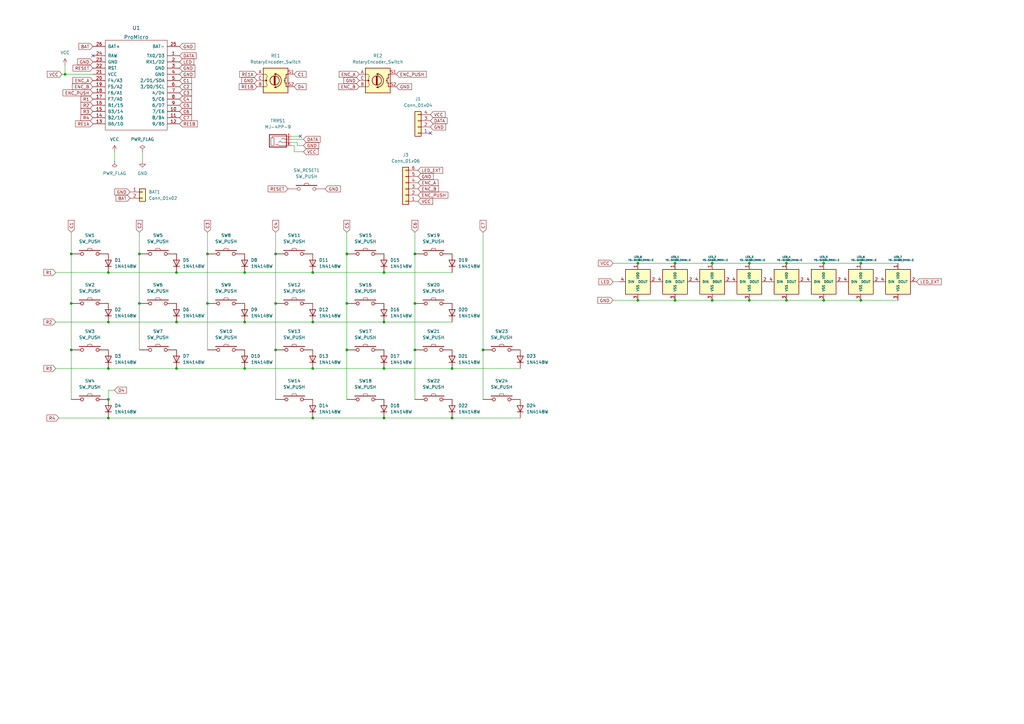
<source format=kicad_sch>
(kicad_sch (version 20211123) (generator eeschema)

  (uuid 3934cdea-42c8-4ab1-b1be-2c4978ab08ae)

  (paper "A3")

  (lib_symbols
    (symbol "Connector_Generic:Conn_01x02" (pin_names (offset 1.016) hide) (in_bom yes) (on_board yes)
      (property "Reference" "J" (id 0) (at 0 2.54 0)
        (effects (font (size 1.27 1.27)))
      )
      (property "Value" "Conn_01x02" (id 1) (at 0 -5.08 0)
        (effects (font (size 1.27 1.27)))
      )
      (property "Footprint" "" (id 2) (at 0 0 0)
        (effects (font (size 1.27 1.27)) hide)
      )
      (property "Datasheet" "~" (id 3) (at 0 0 0)
        (effects (font (size 1.27 1.27)) hide)
      )
      (property "ki_keywords" "connector" (id 4) (at 0 0 0)
        (effects (font (size 1.27 1.27)) hide)
      )
      (property "ki_description" "Generic connector, single row, 01x02, script generated (kicad-library-utils/schlib/autogen/connector/)" (id 5) (at 0 0 0)
        (effects (font (size 1.27 1.27)) hide)
      )
      (property "ki_fp_filters" "Connector*:*_1x??_*" (id 6) (at 0 0 0)
        (effects (font (size 1.27 1.27)) hide)
      )
      (symbol "Conn_01x02_1_1"
        (rectangle (start -1.27 -2.413) (end 0 -2.667)
          (stroke (width 0.1524) (type default) (color 0 0 0 0))
          (fill (type none))
        )
        (rectangle (start -1.27 0.127) (end 0 -0.127)
          (stroke (width 0.1524) (type default) (color 0 0 0 0))
          (fill (type none))
        )
        (rectangle (start -1.27 1.27) (end 1.27 -3.81)
          (stroke (width 0.254) (type default) (color 0 0 0 0))
          (fill (type background))
        )
        (pin passive line (at -5.08 0 0) (length 3.81)
          (name "Pin_1" (effects (font (size 1.27 1.27))))
          (number "1" (effects (font (size 1.27 1.27))))
        )
        (pin passive line (at -5.08 -2.54 0) (length 3.81)
          (name "Pin_2" (effects (font (size 1.27 1.27))))
          (number "2" (effects (font (size 1.27 1.27))))
        )
      )
    )
    (symbol "Connector_Generic:Conn_01x04" (pin_names (offset 1.016) hide) (in_bom yes) (on_board yes)
      (property "Reference" "J" (id 0) (at 0 5.08 0)
        (effects (font (size 1.27 1.27)))
      )
      (property "Value" "Conn_01x04" (id 1) (at 0 -7.62 0)
        (effects (font (size 1.27 1.27)))
      )
      (property "Footprint" "" (id 2) (at 0 0 0)
        (effects (font (size 1.27 1.27)) hide)
      )
      (property "Datasheet" "~" (id 3) (at 0 0 0)
        (effects (font (size 1.27 1.27)) hide)
      )
      (property "ki_keywords" "connector" (id 4) (at 0 0 0)
        (effects (font (size 1.27 1.27)) hide)
      )
      (property "ki_description" "Generic connector, single row, 01x04, script generated (kicad-library-utils/schlib/autogen/connector/)" (id 5) (at 0 0 0)
        (effects (font (size 1.27 1.27)) hide)
      )
      (property "ki_fp_filters" "Connector*:*_1x??_*" (id 6) (at 0 0 0)
        (effects (font (size 1.27 1.27)) hide)
      )
      (symbol "Conn_01x04_1_1"
        (rectangle (start -1.27 -4.953) (end 0 -5.207)
          (stroke (width 0.1524) (type default) (color 0 0 0 0))
          (fill (type none))
        )
        (rectangle (start -1.27 -2.413) (end 0 -2.667)
          (stroke (width 0.1524) (type default) (color 0 0 0 0))
          (fill (type none))
        )
        (rectangle (start -1.27 0.127) (end 0 -0.127)
          (stroke (width 0.1524) (type default) (color 0 0 0 0))
          (fill (type none))
        )
        (rectangle (start -1.27 2.667) (end 0 2.413)
          (stroke (width 0.1524) (type default) (color 0 0 0 0))
          (fill (type none))
        )
        (rectangle (start -1.27 3.81) (end 1.27 -6.35)
          (stroke (width 0.254) (type default) (color 0 0 0 0))
          (fill (type background))
        )
        (pin passive line (at -5.08 2.54 0) (length 3.81)
          (name "Pin_1" (effects (font (size 1.27 1.27))))
          (number "1" (effects (font (size 1.27 1.27))))
        )
        (pin passive line (at -5.08 0 0) (length 3.81)
          (name "Pin_2" (effects (font (size 1.27 1.27))))
          (number "2" (effects (font (size 1.27 1.27))))
        )
        (pin passive line (at -5.08 -2.54 0) (length 3.81)
          (name "Pin_3" (effects (font (size 1.27 1.27))))
          (number "3" (effects (font (size 1.27 1.27))))
        )
        (pin passive line (at -5.08 -5.08 0) (length 3.81)
          (name "Pin_4" (effects (font (size 1.27 1.27))))
          (number "4" (effects (font (size 1.27 1.27))))
        )
      )
    )
    (symbol "Connector_Generic:Conn_01x06" (pin_names (offset 1.016) hide) (in_bom yes) (on_board yes)
      (property "Reference" "J" (id 0) (at 0 7.62 0)
        (effects (font (size 1.27 1.27)))
      )
      (property "Value" "Conn_01x06" (id 1) (at 0 -10.16 0)
        (effects (font (size 1.27 1.27)))
      )
      (property "Footprint" "" (id 2) (at 0 0 0)
        (effects (font (size 1.27 1.27)) hide)
      )
      (property "Datasheet" "~" (id 3) (at 0 0 0)
        (effects (font (size 1.27 1.27)) hide)
      )
      (property "ki_keywords" "connector" (id 4) (at 0 0 0)
        (effects (font (size 1.27 1.27)) hide)
      )
      (property "ki_description" "Generic connector, single row, 01x06, script generated (kicad-library-utils/schlib/autogen/connector/)" (id 5) (at 0 0 0)
        (effects (font (size 1.27 1.27)) hide)
      )
      (property "ki_fp_filters" "Connector*:*_1x??_*" (id 6) (at 0 0 0)
        (effects (font (size 1.27 1.27)) hide)
      )
      (symbol "Conn_01x06_1_1"
        (rectangle (start -1.27 -7.493) (end 0 -7.747)
          (stroke (width 0.1524) (type default) (color 0 0 0 0))
          (fill (type none))
        )
        (rectangle (start -1.27 -4.953) (end 0 -5.207)
          (stroke (width 0.1524) (type default) (color 0 0 0 0))
          (fill (type none))
        )
        (rectangle (start -1.27 -2.413) (end 0 -2.667)
          (stroke (width 0.1524) (type default) (color 0 0 0 0))
          (fill (type none))
        )
        (rectangle (start -1.27 0.127) (end 0 -0.127)
          (stroke (width 0.1524) (type default) (color 0 0 0 0))
          (fill (type none))
        )
        (rectangle (start -1.27 2.667) (end 0 2.413)
          (stroke (width 0.1524) (type default) (color 0 0 0 0))
          (fill (type none))
        )
        (rectangle (start -1.27 5.207) (end 0 4.953)
          (stroke (width 0.1524) (type default) (color 0 0 0 0))
          (fill (type none))
        )
        (rectangle (start -1.27 6.35) (end 1.27 -8.89)
          (stroke (width 0.254) (type default) (color 0 0 0 0))
          (fill (type background))
        )
        (pin passive line (at -5.08 5.08 0) (length 3.81)
          (name "Pin_1" (effects (font (size 1.27 1.27))))
          (number "1" (effects (font (size 1.27 1.27))))
        )
        (pin passive line (at -5.08 2.54 0) (length 3.81)
          (name "Pin_2" (effects (font (size 1.27 1.27))))
          (number "2" (effects (font (size 1.27 1.27))))
        )
        (pin passive line (at -5.08 0 0) (length 3.81)
          (name "Pin_3" (effects (font (size 1.27 1.27))))
          (number "3" (effects (font (size 1.27 1.27))))
        )
        (pin passive line (at -5.08 -2.54 0) (length 3.81)
          (name "Pin_4" (effects (font (size 1.27 1.27))))
          (number "4" (effects (font (size 1.27 1.27))))
        )
        (pin passive line (at -5.08 -5.08 0) (length 3.81)
          (name "Pin_5" (effects (font (size 1.27 1.27))))
          (number "5" (effects (font (size 1.27 1.27))))
        )
        (pin passive line (at -5.08 -7.62 0) (length 3.81)
          (name "Pin_6" (effects (font (size 1.27 1.27))))
          (number "6" (effects (font (size 1.27 1.27))))
        )
      )
    )
    (symbol "Device:RotaryEncoder_Switch" (pin_names (offset 0.254) hide) (in_bom yes) (on_board yes)
      (property "Reference" "SW" (id 0) (at 0 6.604 0)
        (effects (font (size 1.27 1.27)))
      )
      (property "Value" "RotaryEncoder_Switch" (id 1) (at 0 -6.604 0)
        (effects (font (size 1.27 1.27)))
      )
      (property "Footprint" "" (id 2) (at -3.81 4.064 0)
        (effects (font (size 1.27 1.27)) hide)
      )
      (property "Datasheet" "~" (id 3) (at 0 6.604 0)
        (effects (font (size 1.27 1.27)) hide)
      )
      (property "ki_keywords" "rotary switch encoder switch push button" (id 4) (at 0 0 0)
        (effects (font (size 1.27 1.27)) hide)
      )
      (property "ki_description" "Rotary encoder, dual channel, incremental quadrate outputs, with switch" (id 5) (at 0 0 0)
        (effects (font (size 1.27 1.27)) hide)
      )
      (property "ki_fp_filters" "RotaryEncoder*Switch*" (id 6) (at 0 0 0)
        (effects (font (size 1.27 1.27)) hide)
      )
      (symbol "RotaryEncoder_Switch_0_1"
        (rectangle (start -5.08 5.08) (end 5.08 -5.08)
          (stroke (width 0.254) (type default) (color 0 0 0 0))
          (fill (type background))
        )
        (circle (center -3.81 0) (radius 0.254)
          (stroke (width 0) (type default) (color 0 0 0 0))
          (fill (type outline))
        )
        (arc (start -0.381 -2.794) (mid 2.3622 -0.0635) (end -0.381 2.667)
          (stroke (width 0.254) (type default) (color 0 0 0 0))
          (fill (type none))
        )
        (circle (center -0.381 0) (radius 1.905)
          (stroke (width 0.254) (type default) (color 0 0 0 0))
          (fill (type none))
        )
        (polyline
          (pts
            (xy -0.635 -1.778)
            (xy -0.635 1.778)
          )
          (stroke (width 0.254) (type default) (color 0 0 0 0))
          (fill (type none))
        )
        (polyline
          (pts
            (xy -0.381 -1.778)
            (xy -0.381 1.778)
          )
          (stroke (width 0.254) (type default) (color 0 0 0 0))
          (fill (type none))
        )
        (polyline
          (pts
            (xy -0.127 1.778)
            (xy -0.127 -1.778)
          )
          (stroke (width 0.254) (type default) (color 0 0 0 0))
          (fill (type none))
        )
        (polyline
          (pts
            (xy 3.81 0)
            (xy 3.429 0)
          )
          (stroke (width 0.254) (type default) (color 0 0 0 0))
          (fill (type none))
        )
        (polyline
          (pts
            (xy 3.81 1.016)
            (xy 3.81 -1.016)
          )
          (stroke (width 0.254) (type default) (color 0 0 0 0))
          (fill (type none))
        )
        (polyline
          (pts
            (xy -5.08 -2.54)
            (xy -3.81 -2.54)
            (xy -3.81 -2.032)
          )
          (stroke (width 0) (type default) (color 0 0 0 0))
          (fill (type none))
        )
        (polyline
          (pts
            (xy -5.08 2.54)
            (xy -3.81 2.54)
            (xy -3.81 2.032)
          )
          (stroke (width 0) (type default) (color 0 0 0 0))
          (fill (type none))
        )
        (polyline
          (pts
            (xy 0.254 -3.048)
            (xy -0.508 -2.794)
            (xy 0.127 -2.413)
          )
          (stroke (width 0.254) (type default) (color 0 0 0 0))
          (fill (type none))
        )
        (polyline
          (pts
            (xy 0.254 2.921)
            (xy -0.508 2.667)
            (xy 0.127 2.286)
          )
          (stroke (width 0.254) (type default) (color 0 0 0 0))
          (fill (type none))
        )
        (polyline
          (pts
            (xy 5.08 -2.54)
            (xy 4.318 -2.54)
            (xy 4.318 -1.016)
          )
          (stroke (width 0.254) (type default) (color 0 0 0 0))
          (fill (type none))
        )
        (polyline
          (pts
            (xy 5.08 2.54)
            (xy 4.318 2.54)
            (xy 4.318 1.016)
          )
          (stroke (width 0.254) (type default) (color 0 0 0 0))
          (fill (type none))
        )
        (polyline
          (pts
            (xy -5.08 0)
            (xy -3.81 0)
            (xy -3.81 -1.016)
            (xy -3.302 -2.032)
          )
          (stroke (width 0) (type default) (color 0 0 0 0))
          (fill (type none))
        )
        (polyline
          (pts
            (xy -4.318 0)
            (xy -3.81 0)
            (xy -3.81 1.016)
            (xy -3.302 2.032)
          )
          (stroke (width 0) (type default) (color 0 0 0 0))
          (fill (type none))
        )
        (circle (center 4.318 -1.016) (radius 0.127)
          (stroke (width 0.254) (type default) (color 0 0 0 0))
          (fill (type none))
        )
        (circle (center 4.318 1.016) (radius 0.127)
          (stroke (width 0.254) (type default) (color 0 0 0 0))
          (fill (type none))
        )
      )
      (symbol "RotaryEncoder_Switch_1_1"
        (pin passive line (at -7.62 2.54 0) (length 2.54)
          (name "A" (effects (font (size 1.27 1.27))))
          (number "A" (effects (font (size 1.27 1.27))))
        )
        (pin passive line (at -7.62 -2.54 0) (length 2.54)
          (name "B" (effects (font (size 1.27 1.27))))
          (number "B" (effects (font (size 1.27 1.27))))
        )
        (pin passive line (at -7.62 0 0) (length 2.54)
          (name "C" (effects (font (size 1.27 1.27))))
          (number "C" (effects (font (size 1.27 1.27))))
        )
        (pin passive line (at 7.62 2.54 180) (length 2.54)
          (name "S1" (effects (font (size 1.27 1.27))))
          (number "S1" (effects (font (size 1.27 1.27))))
        )
        (pin passive line (at 7.62 -2.54 180) (length 2.54)
          (name "S2" (effects (font (size 1.27 1.27))))
          (number "S2" (effects (font (size 1.27 1.27))))
        )
      )
    )
    (symbol "Diode:1N4148W" (pin_numbers hide) (pin_names (offset 1.016) hide) (in_bom yes) (on_board yes)
      (property "Reference" "D" (id 0) (at 0 2.54 0)
        (effects (font (size 1.27 1.27)))
      )
      (property "Value" "1N4148W" (id 1) (at 0 -2.54 0)
        (effects (font (size 1.27 1.27)))
      )
      (property "Footprint" "Diode_SMD:D_SOD-123" (id 2) (at 0 -4.445 0)
        (effects (font (size 1.27 1.27)) hide)
      )
      (property "Datasheet" "https://www.vishay.com/docs/85748/1n4148w.pdf" (id 3) (at 0 0 0)
        (effects (font (size 1.27 1.27)) hide)
      )
      (property "ki_keywords" "diode" (id 4) (at 0 0 0)
        (effects (font (size 1.27 1.27)) hide)
      )
      (property "ki_description" "75V 0.15A Fast Switching Diode, SOD-123" (id 5) (at 0 0 0)
        (effects (font (size 1.27 1.27)) hide)
      )
      (property "ki_fp_filters" "D*SOD?123*" (id 6) (at 0 0 0)
        (effects (font (size 1.27 1.27)) hide)
      )
      (symbol "1N4148W_0_1"
        (polyline
          (pts
            (xy -1.27 1.27)
            (xy -1.27 -1.27)
          )
          (stroke (width 0.254) (type default) (color 0 0 0 0))
          (fill (type none))
        )
        (polyline
          (pts
            (xy 1.27 0)
            (xy -1.27 0)
          )
          (stroke (width 0) (type default) (color 0 0 0 0))
          (fill (type none))
        )
        (polyline
          (pts
            (xy 1.27 1.27)
            (xy 1.27 -1.27)
            (xy -1.27 0)
            (xy 1.27 1.27)
          )
          (stroke (width 0.254) (type default) (color 0 0 0 0))
          (fill (type none))
        )
      )
      (symbol "1N4148W_1_1"
        (pin passive line (at -3.81 0 0) (length 2.54)
          (name "K" (effects (font (size 1.27 1.27))))
          (number "1" (effects (font (size 1.27 1.27))))
        )
        (pin passive line (at 3.81 0 180) (length 2.54)
          (name "A" (effects (font (size 1.27 1.27))))
          (number "2" (effects (font (size 1.27 1.27))))
        )
      )
    )
    (symbol "kbd:MJ-4PP-9" (pin_names (offset 1.016)) (in_bom yes) (on_board yes)
      (property "Reference" "J" (id 0) (at 0 3.81 0)
        (effects (font (size 1.27 1.27)))
      )
      (property "Value" "MJ-4PP-9" (id 1) (at 0 -3.81 0)
        (effects (font (size 1.27 1.27)))
      )
      (property "Footprint" "" (id 2) (at 6.985 4.445 0)
        (effects (font (size 1.27 1.27)) hide)
      )
      (property "Datasheet" "~" (id 3) (at 6.985 4.445 0)
        (effects (font (size 1.27 1.27)) hide)
      )
      (property "ki_keywords" "audio jack receptable stereo headphones TRRS connector" (id 4) (at 0 0 0)
        (effects (font (size 1.27 1.27)) hide)
      )
      (property "ki_description" "4-pin (audio) jack receptable (stereo + 4th pin/TRRS connector), compatible with PJ320A" (id 5) (at 0 0 0)
        (effects (font (size 1.27 1.27)) hide)
      )
      (symbol "MJ-4PP-9_0_1"
        (rectangle (start -1.905 -1.905) (end -3.175 1.27)
          (stroke (width 0) (type default) (color 0 0 0 0))
          (fill (type none))
        )
        (polyline
          (pts
            (xy -2.54 1.27)
            (xy -2.54 1.905)
            (xy 3.175 1.905)
          )
          (stroke (width 0) (type default) (color 0 0 0 0))
          (fill (type none))
        )
        (polyline
          (pts
            (xy -1.27 -1.905)
            (xy -0.635 -1.27)
            (xy 0 -1.905)
            (xy 3.175 -1.905)
          )
          (stroke (width 0) (type default) (color 0 0 0 0))
          (fill (type none))
        )
        (polyline
          (pts
            (xy 0 -0.635)
            (xy 0.635 0)
            (xy 1.27 -0.635)
            (xy 3.175 -0.635)
          )
          (stroke (width 0) (type default) (color 0 0 0 0))
          (fill (type none))
        )
        (polyline
          (pts
            (xy 1.27 0.635)
            (xy 1.905 1.27)
            (xy 2.54 0.635)
            (xy 3.175 0.635)
          )
          (stroke (width 0) (type default) (color 0 0 0 0))
          (fill (type none))
        )
        (rectangle (start 3.175 2.54) (end -3.81 -2.54)
          (stroke (width 0.3048) (type default) (color 0 0 0 0))
          (fill (type none))
        )
      )
      (symbol "MJ-4PP-9_1_1"
        (pin input line (at 5.08 1.905 180) (length 2.0066)
          (name "~" (effects (font (size 0.508 0.508))))
          (number "A" (effects (font (size 0.7112 0.7112))))
        )
        (pin input line (at 5.08 -1.905 180) (length 2.0066)
          (name "~" (effects (font (size 0.508 0.508))))
          (number "B" (effects (font (size 0.7112 0.7112))))
        )
        (pin input line (at 5.08 -0.635 180) (length 2.0066)
          (name "~" (effects (font (size 0.508 0.508))))
          (number "C" (effects (font (size 0.7112 0.7112))))
        )
        (pin input line (at 5.08 0.635 180) (length 2.0066)
          (name "~" (effects (font (size 0.508 0.508))))
          (number "D" (effects (font (size 0.7112 0.7112))))
        )
      )
    )
    (symbol "kbd:SW_PUSH" (pin_numbers hide) (pin_names (offset 1.016) hide) (in_bom yes) (on_board yes)
      (property "Reference" "SW" (id 0) (at 3.81 2.794 0)
        (effects (font (size 1.27 1.27)))
      )
      (property "Value" "SW_PUSH" (id 1) (at 0 -2.032 0)
        (effects (font (size 1.27 1.27)))
      )
      (property "Footprint" "" (id 2) (at 0 0 0)
        (effects (font (size 1.27 1.27)))
      )
      (property "Datasheet" "" (id 3) (at 0 0 0)
        (effects (font (size 1.27 1.27)))
      )
      (symbol "SW_PUSH_0_1"
        (rectangle (start -4.318 1.27) (end 4.318 1.524)
          (stroke (width 0) (type default) (color 0 0 0 0))
          (fill (type none))
        )
        (polyline
          (pts
            (xy -1.016 1.524)
            (xy -0.762 2.286)
            (xy 0.762 2.286)
            (xy 1.016 1.524)
          )
          (stroke (width 0) (type default) (color 0 0 0 0))
          (fill (type none))
        )
        (pin passive inverted (at -7.62 0 0) (length 5.08)
          (name "1" (effects (font (size 1.27 1.27))))
          (number "1" (effects (font (size 1.27 1.27))))
        )
        (pin passive inverted (at 7.62 0 180) (length 5.08)
          (name "2" (effects (font (size 1.27 1.27))))
          (number "2" (effects (font (size 1.27 1.27))))
        )
      )
    )
    (symbol "kbd:YS-SK6812MINI-E" (pin_names (offset 1.016)) (in_bom yes) (on_board yes)
      (property "Reference" "LED" (id 0) (at 2.54 -7.62 0)
        (effects (font (size 0.7366 0.7366)))
      )
      (property "Value" "YS-SK6812MINI-E" (id 1) (at 6.35 -6.35 0)
        (effects (font (size 0.7366 0.7366)))
      )
      (property "Footprint" "" (id 2) (at 2.54 -6.35 0)
        (effects (font (size 1.27 1.27)) hide)
      )
      (property "Datasheet" "" (id 3) (at 2.54 -6.35 0)
        (effects (font (size 1.27 1.27)) hide)
      )
      (symbol "YS-SK6812MINI-E_0_1"
        (rectangle (start -5.08 5.08) (end 5.08 -5.08)
          (stroke (width 0.254) (type default) (color 0 0 0 0))
          (fill (type background))
        )
      )
      (symbol "YS-SK6812MINI-E_1_1"
        (pin power_in line (at 0 7.62 270) (length 2.54)
          (name "VDD" (effects (font (size 0.9906 0.9906))))
          (number "1" (effects (font (size 1.27 1.27))))
        )
        (pin output line (at 7.62 0 180) (length 2.54)
          (name "DOUT" (effects (font (size 0.9906 0.9906))))
          (number "2" (effects (font (size 1.27 1.27))))
        )
        (pin power_in line (at 0 -7.62 90) (length 2.54)
          (name "VSS" (effects (font (size 0.9906 0.9906))))
          (number "3" (effects (font (size 1.27 1.27))))
        )
        (pin input line (at -7.62 0 0) (length 2.54)
          (name "DIN" (effects (font (size 0.9906 0.9906))))
          (number "4" (effects (font (size 1.27 1.27))))
        )
      )
    )
    (symbol "power:GND" (power) (pin_names (offset 0)) (in_bom yes) (on_board yes)
      (property "Reference" "#PWR" (id 0) (at 0 -6.35 0)
        (effects (font (size 1.27 1.27)) hide)
      )
      (property "Value" "GND" (id 1) (at 0 -3.81 0)
        (effects (font (size 1.27 1.27)))
      )
      (property "Footprint" "" (id 2) (at 0 0 0)
        (effects (font (size 1.27 1.27)) hide)
      )
      (property "Datasheet" "" (id 3) (at 0 0 0)
        (effects (font (size 1.27 1.27)) hide)
      )
      (property "ki_keywords" "power-flag" (id 4) (at 0 0 0)
        (effects (font (size 1.27 1.27)) hide)
      )
      (property "ki_description" "Power symbol creates a global label with name \"GND\" , ground" (id 5) (at 0 0 0)
        (effects (font (size 1.27 1.27)) hide)
      )
      (symbol "GND_0_1"
        (polyline
          (pts
            (xy 0 0)
            (xy 0 -1.27)
            (xy 1.27 -1.27)
            (xy 0 -2.54)
            (xy -1.27 -1.27)
            (xy 0 -1.27)
          )
          (stroke (width 0) (type default) (color 0 0 0 0))
          (fill (type none))
        )
      )
      (symbol "GND_1_1"
        (pin power_in line (at 0 0 270) (length 0) hide
          (name "GND" (effects (font (size 1.27 1.27))))
          (number "1" (effects (font (size 1.27 1.27))))
        )
      )
    )
    (symbol "power:PWR_FLAG" (power) (pin_numbers hide) (pin_names (offset 0) hide) (in_bom yes) (on_board yes)
      (property "Reference" "#FLG" (id 0) (at 0 1.905 0)
        (effects (font (size 1.27 1.27)) hide)
      )
      (property "Value" "PWR_FLAG" (id 1) (at 0 3.81 0)
        (effects (font (size 1.27 1.27)))
      )
      (property "Footprint" "" (id 2) (at 0 0 0)
        (effects (font (size 1.27 1.27)) hide)
      )
      (property "Datasheet" "~" (id 3) (at 0 0 0)
        (effects (font (size 1.27 1.27)) hide)
      )
      (property "ki_keywords" "power-flag" (id 4) (at 0 0 0)
        (effects (font (size 1.27 1.27)) hide)
      )
      (property "ki_description" "Special symbol for telling ERC where power comes from" (id 5) (at 0 0 0)
        (effects (font (size 1.27 1.27)) hide)
      )
      (symbol "PWR_FLAG_0_0"
        (pin power_out line (at 0 0 90) (length 0)
          (name "pwr" (effects (font (size 1.27 1.27))))
          (number "1" (effects (font (size 1.27 1.27))))
        )
      )
      (symbol "PWR_FLAG_0_1"
        (polyline
          (pts
            (xy 0 0)
            (xy 0 1.27)
            (xy -1.016 1.905)
            (xy 0 2.54)
            (xy 1.016 1.905)
            (xy 0 1.27)
          )
          (stroke (width 0) (type default) (color 0 0 0 0))
          (fill (type none))
        )
      )
    )
    (symbol "power:VCC" (power) (pin_names (offset 0)) (in_bom yes) (on_board yes)
      (property "Reference" "#PWR" (id 0) (at 0 -3.81 0)
        (effects (font (size 1.27 1.27)) hide)
      )
      (property "Value" "VCC" (id 1) (at 0 3.81 0)
        (effects (font (size 1.27 1.27)))
      )
      (property "Footprint" "" (id 2) (at 0 0 0)
        (effects (font (size 1.27 1.27)) hide)
      )
      (property "Datasheet" "" (id 3) (at 0 0 0)
        (effects (font (size 1.27 1.27)) hide)
      )
      (property "ki_keywords" "power-flag" (id 4) (at 0 0 0)
        (effects (font (size 1.27 1.27)) hide)
      )
      (property "ki_description" "Power symbol creates a global label with name \"VCC\"" (id 5) (at 0 0 0)
        (effects (font (size 1.27 1.27)) hide)
      )
      (symbol "VCC_0_1"
        (polyline
          (pts
            (xy -0.762 1.27)
            (xy 0 2.54)
          )
          (stroke (width 0) (type default) (color 0 0 0 0))
          (fill (type none))
        )
        (polyline
          (pts
            (xy 0 0)
            (xy 0 2.54)
          )
          (stroke (width 0) (type default) (color 0 0 0 0))
          (fill (type none))
        )
        (polyline
          (pts
            (xy 0 2.54)
            (xy 0.762 1.27)
          )
          (stroke (width 0) (type default) (color 0 0 0 0))
          (fill (type none))
        )
      )
      (symbol "VCC_1_1"
        (pin power_in line (at 0 0 90) (length 0) hide
          (name "VCC" (effects (font (size 1.27 1.27))))
          (number "1" (effects (font (size 1.27 1.27))))
        )
      )
    )
    (symbol "willow:ProMicro" (pin_names (offset 1.016)) (in_bom yes) (on_board yes)
      (property "Reference" "U" (id 0) (at 0 21.59 0)
        (effects (font (size 1.524 1.524)))
      )
      (property "Value" "ProMicro" (id 1) (at 0 -19.05 0)
        (effects (font (size 1.524 1.524)))
      )
      (property "Footprint" "" (id 2) (at 2.54 -26.67 0)
        (effects (font (size 1.524 1.524)))
      )
      (property "Datasheet" "" (id 3) (at 2.54 -26.67 0)
        (effects (font (size 1.524 1.524)))
      )
      (symbol "ProMicro_0_1"
        (rectangle (start -12.7 20.32) (end 12.7 -16.51)
          (stroke (width 0) (type default) (color 0 0 0 0))
          (fill (type none))
        )
      )
      (symbol "ProMicro_1_1"
        (pin bidirectional line (at -17.78 13.97 0) (length 5.08)
          (name "TX0/D3" (effects (font (size 1.27 1.27))))
          (number "1" (effects (font (size 1.27 1.27))))
        )
        (pin bidirectional line (at -17.78 -8.89 0) (length 5.08)
          (name "7/E6" (effects (font (size 1.27 1.27))))
          (number "10" (effects (font (size 1.27 1.27))))
        )
        (pin bidirectional line (at -17.78 -11.43 0) (length 5.08)
          (name "8/B4" (effects (font (size 1.27 1.27))))
          (number "11" (effects (font (size 1.27 1.27))))
        )
        (pin bidirectional line (at -17.78 -13.97 0) (length 5.08)
          (name "9/B5" (effects (font (size 1.27 1.27))))
          (number "12" (effects (font (size 1.27 1.27))))
        )
        (pin bidirectional line (at 17.78 -13.97 180) (length 5.08)
          (name "B6/10" (effects (font (size 1.27 1.27))))
          (number "13" (effects (font (size 1.27 1.27))))
        )
        (pin bidirectional line (at 17.78 -11.43 180) (length 5.08)
          (name "B2/16" (effects (font (size 1.27 1.27))))
          (number "14" (effects (font (size 1.27 1.27))))
        )
        (pin bidirectional line (at 17.78 -8.89 180) (length 5.08)
          (name "B3/14" (effects (font (size 1.27 1.27))))
          (number "15" (effects (font (size 1.27 1.27))))
        )
        (pin bidirectional line (at 17.78 -6.35 180) (length 5.08)
          (name "B1/15" (effects (font (size 1.27 1.27))))
          (number "16" (effects (font (size 1.27 1.27))))
        )
        (pin bidirectional line (at 17.78 -3.81 180) (length 5.08)
          (name "F7/A0" (effects (font (size 1.27 1.27))))
          (number "17" (effects (font (size 1.27 1.27))))
        )
        (pin bidirectional line (at 17.78 -1.27 180) (length 5.08)
          (name "F6/A1" (effects (font (size 1.27 1.27))))
          (number "18" (effects (font (size 1.27 1.27))))
        )
        (pin bidirectional line (at 17.78 1.27 180) (length 5.08)
          (name "F5/A2" (effects (font (size 1.27 1.27))))
          (number "19" (effects (font (size 1.27 1.27))))
        )
        (pin bidirectional line (at -17.78 11.43 0) (length 5.08)
          (name "RX1/D2" (effects (font (size 1.27 1.27))))
          (number "2" (effects (font (size 1.27 1.27))))
        )
        (pin bidirectional line (at 17.78 3.81 180) (length 5.08)
          (name "F4/A3" (effects (font (size 1.27 1.27))))
          (number "20" (effects (font (size 1.27 1.27))))
        )
        (pin power_in line (at 17.78 6.35 180) (length 5.08)
          (name "VCC" (effects (font (size 1.27 1.27))))
          (number "21" (effects (font (size 1.27 1.27))))
        )
        (pin input line (at 17.78 8.89 180) (length 5.08)
          (name "RST" (effects (font (size 1.27 1.27))))
          (number "22" (effects (font (size 1.27 1.27))))
        )
        (pin power_in line (at 17.78 11.43 180) (length 5.08)
          (name "GND" (effects (font (size 1.27 1.27))))
          (number "23" (effects (font (size 1.27 1.27))))
        )
        (pin power_out line (at 17.78 13.97 180) (length 5.08)
          (name "RAW" (effects (font (size 1.27 1.27))))
          (number "24" (effects (font (size 1.27 1.27))))
        )
        (pin power_in line (at -17.78 17.78 0) (length 5.08)
          (name "BAT-" (effects (font (size 1.27 1.27))))
          (number "25" (effects (font (size 1.27 1.27))))
        )
        (pin input line (at 17.78 17.78 180) (length 5.08)
          (name "BAT+" (effects (font (size 1.27 1.27))))
          (number "26" (effects (font (size 1.27 1.27))))
        )
        (pin power_in line (at -17.78 8.89 0) (length 5.08)
          (name "GND" (effects (font (size 1.27 1.27))))
          (number "3" (effects (font (size 1.27 1.27))))
        )
        (pin power_in line (at -17.78 6.35 0) (length 5.08)
          (name "GND" (effects (font (size 1.27 1.27))))
          (number "4" (effects (font (size 1.27 1.27))))
        )
        (pin bidirectional line (at -17.78 3.81 0) (length 5.08)
          (name "2/D1/SDA" (effects (font (size 1.27 1.27))))
          (number "5" (effects (font (size 1.27 1.27))))
        )
        (pin bidirectional line (at -17.78 1.27 0) (length 5.08)
          (name "3/D0/SCL" (effects (font (size 1.27 1.27))))
          (number "6" (effects (font (size 1.27 1.27))))
        )
        (pin bidirectional line (at -17.78 -1.27 0) (length 5.08)
          (name "4/D4" (effects (font (size 1.27 1.27))))
          (number "7" (effects (font (size 1.27 1.27))))
        )
        (pin bidirectional line (at -17.78 -3.81 0) (length 5.08)
          (name "5/C6" (effects (font (size 1.27 1.27))))
          (number "8" (effects (font (size 1.27 1.27))))
        )
        (pin bidirectional line (at -17.78 -6.35 0) (length 5.08)
          (name "6/D7" (effects (font (size 1.27 1.27))))
          (number "9" (effects (font (size 1.27 1.27))))
        )
      )
    )
  )

  (junction (at 353.06 107.95) (diameter 0) (color 0 0 0 0)
    (uuid 1078cf98-062e-473e-92c2-71d9367d167d)
  )
  (junction (at 44.45 111.76) (diameter 0) (color 0 0 0 0)
    (uuid 1568f693-1c53-44d1-a30c-dc84040631bc)
  )
  (junction (at 100.33 151.13) (diameter 0) (color 0 0 0 0)
    (uuid 1be5128a-b9f4-40ee-8588-3f67b3df0210)
  )
  (junction (at 170.18 124.46) (diameter 0) (color 0 0 0 0)
    (uuid 2467d35a-0aa7-4d71-b316-e46481ccdbff)
  )
  (junction (at 142.24 124.46) (diameter 0) (color 0 0 0 0)
    (uuid 2fb7cd85-db96-420a-820c-9e7f503a415b)
  )
  (junction (at 170.18 104.14) (diameter 0) (color 0 0 0 0)
    (uuid 32890c69-5333-49b1-ae4d-2fc90c24e023)
  )
  (junction (at 57.15 104.14) (diameter 0) (color 0 0 0 0)
    (uuid 372c7431-8414-47f2-a2e7-a3cc93488857)
  )
  (junction (at 44.45 132.08) (diameter 0) (color 0 0 0 0)
    (uuid 3e9f0e4b-eb11-4ae6-aa42-5a7258e641bf)
  )
  (junction (at 100.33 132.08) (diameter 0) (color 0 0 0 0)
    (uuid 3ee6d91a-f8a5-4a46-b03f-5ec3d3dc3431)
  )
  (junction (at 72.39 132.08) (diameter 0) (color 0 0 0 0)
    (uuid 4247bf6f-965d-44db-91fe-98abd891105a)
  )
  (junction (at 113.03 104.14) (diameter 0) (color 0 0 0 0)
    (uuid 432d6c5d-d6b2-40ed-bc24-0aa072978c8f)
  )
  (junction (at 44.45 171.45) (diameter 0) (color 0 0 0 0)
    (uuid 5cf7383c-95c0-429e-8db3-bb65b0e4a2a6)
  )
  (junction (at 100.33 111.76) (diameter 0) (color 0 0 0 0)
    (uuid 5d4cd1c5-f83f-4bb4-a9fd-144ec2f8d6be)
  )
  (junction (at 198.12 143.51) (diameter 0) (color 0 0 0 0)
    (uuid 5d5d7c89-5a9f-4717-8dcd-b57f93748536)
  )
  (junction (at 72.39 111.76) (diameter 0) (color 0 0 0 0)
    (uuid 61c510de-701c-46c0-933b-6192df6d8797)
  )
  (junction (at 128.27 111.76) (diameter 0) (color 0 0 0 0)
    (uuid 64eb54ae-965a-4c14-8230-ddb22f028d52)
  )
  (junction (at 44.45 163.83) (diameter 0) (color 0 0 0 0)
    (uuid 66ec53e6-7c84-431b-a31a-75665c7e3c44)
  )
  (junction (at 170.18 143.51) (diameter 0) (color 0 0 0 0)
    (uuid 68b7e069-523a-436b-8927-47a9680db254)
  )
  (junction (at 261.62 123.19) (diameter 0) (color 0 0 0 0)
    (uuid 6c11100d-71d8-4585-a4d0-50e6cbe9ee72)
  )
  (junction (at 322.58 123.19) (diameter 0) (color 0 0 0 0)
    (uuid 6c6c0302-f1d4-4ba5-b7a2-cc9bcb810e4d)
  )
  (junction (at 128.27 151.13) (diameter 0) (color 0 0 0 0)
    (uuid 744d4d4c-cedc-4764-a01a-c8b5f0d17797)
  )
  (junction (at 29.21 124.46) (diameter 0) (color 0 0 0 0)
    (uuid 75a48880-30b7-4c75-b800-6143cee4a5a8)
  )
  (junction (at 85.09 104.14) (diameter 0) (color 0 0 0 0)
    (uuid 77f244f6-55f4-42aa-8b21-f2e6421e5a72)
  )
  (junction (at 157.48 132.08) (diameter 0) (color 0 0 0 0)
    (uuid 7857109f-1113-4c53-84fd-61a6dc737fcd)
  )
  (junction (at 292.1 123.19) (diameter 0) (color 0 0 0 0)
    (uuid 78e3b67d-30ac-485d-9db7-796607b64e62)
  )
  (junction (at 276.86 107.95) (diameter 0) (color 0 0 0 0)
    (uuid 7dc94bb2-f937-49fc-a590-d9e5ad2b1d00)
  )
  (junction (at 276.86 123.19) (diameter 0) (color 0 0 0 0)
    (uuid 81bc176e-7806-4931-97be-b66bdd5c202e)
  )
  (junction (at 307.34 123.19) (diameter 0) (color 0 0 0 0)
    (uuid 81d3930b-497f-4764-811f-214169c00b69)
  )
  (junction (at 113.03 124.46) (diameter 0) (color 0 0 0 0)
    (uuid 81d4960b-3787-4d18-9c32-d0e506dd0fe8)
  )
  (junction (at 157.48 151.13) (diameter 0) (color 0 0 0 0)
    (uuid 8784716d-10fa-4fe8-8ea7-02096bcf8b22)
  )
  (junction (at 57.15 124.46) (diameter 0) (color 0 0 0 0)
    (uuid 87c9f25e-5e8c-4153-b177-903e81b8d53d)
  )
  (junction (at 185.42 171.45) (diameter 0) (color 0 0 0 0)
    (uuid 8a95abce-4658-4842-83b5-b40d4f3600b6)
  )
  (junction (at 26.67 30.48) (diameter 0) (color 0 0 0 0)
    (uuid 8cb3c7f9-5937-4e73-9c30-e5ef46a7add8)
  )
  (junction (at 185.42 151.13) (diameter 0) (color 0 0 0 0)
    (uuid 8fe25b25-271b-4b4b-86aa-a78e762a858e)
  )
  (junction (at 261.62 107.95) (diameter 0) (color 0 0 0 0)
    (uuid 916aa7ac-af94-4371-b0f2-d713e061d568)
  )
  (junction (at 157.48 111.76) (diameter 0) (color 0 0 0 0)
    (uuid 9437d10b-a244-48ac-90c0-e18ae5bcd30a)
  )
  (junction (at 142.24 104.14) (diameter 0) (color 0 0 0 0)
    (uuid 9b6657c1-0ab0-4325-9845-49f6a570fb98)
  )
  (junction (at 337.82 123.19) (diameter 0) (color 0 0 0 0)
    (uuid 9c31254d-41ab-4c93-a078-c1dc4fce4c48)
  )
  (junction (at 29.21 143.51) (diameter 0) (color 0 0 0 0)
    (uuid a100b2e5-bd6d-4410-839f-b733cd85e3a4)
  )
  (junction (at 128.27 171.45) (diameter 0) (color 0 0 0 0)
    (uuid a485b71f-c0a4-4d4a-9faf-d1c104911c26)
  )
  (junction (at 29.21 104.14) (diameter 0) (color 0 0 0 0)
    (uuid a8fd423f-7aea-4863-9579-b72584d5a4d6)
  )
  (junction (at 292.1 107.95) (diameter 0) (color 0 0 0 0)
    (uuid c343cc86-5c2f-44c5-816d-74191a3f4a85)
  )
  (junction (at 322.58 107.95) (diameter 0) (color 0 0 0 0)
    (uuid ce5adfef-f38f-474a-944f-d50b751a19d8)
  )
  (junction (at 72.39 151.13) (diameter 0) (color 0 0 0 0)
    (uuid d6ba6db6-53e8-4d2b-8248-eec0db8b1bd3)
  )
  (junction (at 113.03 143.51) (diameter 0) (color 0 0 0 0)
    (uuid d6c2951a-a5d5-434e-8b0a-ad65345a1f1e)
  )
  (junction (at 353.06 123.19) (diameter 0) (color 0 0 0 0)
    (uuid e5ac018b-0eef-4383-a318-c0a541fadd68)
  )
  (junction (at 142.24 143.51) (diameter 0) (color 0 0 0 0)
    (uuid e79df450-1300-46e7-8e85-5b26b18c372a)
  )
  (junction (at 337.82 107.95) (diameter 0) (color 0 0 0 0)
    (uuid e8b3662d-89ef-407e-9391-0cea5401ee38)
  )
  (junction (at 157.48 171.45) (diameter 0) (color 0 0 0 0)
    (uuid ee29a8b3-4ad9-4469-a392-6e6b3375c327)
  )
  (junction (at 128.27 132.08) (diameter 0) (color 0 0 0 0)
    (uuid f7fb7814-d05f-42e4-a972-40dc10ae0694)
  )
  (junction (at 85.09 124.46) (diameter 0) (color 0 0 0 0)
    (uuid fa57b13c-e48d-4b56-839c-e2457ed5857e)
  )
  (junction (at 44.45 151.13) (diameter 0) (color 0 0 0 0)
    (uuid fe2d8d97-0ab1-4034-b432-ddcd2a910915)
  )
  (junction (at 307.34 107.95) (diameter 0) (color 0 0 0 0)
    (uuid ff11d441-8273-461d-8236-d04420dd026d)
  )

  (no_connect (at 123.19 55.88) (uuid 3dfd13e1-78dd-47c4-b013-6346992bf3dc))
  (no_connect (at 176.53 54.61) (uuid 5173c226-bbf0-41f6-90a7-0fd43d8acbd9))
  (no_connect (at 38.1 22.86) (uuid 76af603e-a4c9-4e2c-9b7f-827b68b4b354))

  (wire (pts (xy 157.48 132.08) (xy 185.42 132.08))
    (stroke (width 0) (type default) (color 0 0 0 0))
    (uuid 1439ec11-2d11-40a5-8ad6-366ef655f309)
  )
  (wire (pts (xy 185.42 151.13) (xy 213.36 151.13))
    (stroke (width 0) (type default) (color 0 0 0 0))
    (uuid 15123087-425a-4b42-aae4-6553b92fa83e)
  )
  (wire (pts (xy 72.39 151.13) (xy 100.33 151.13))
    (stroke (width 0) (type default) (color 0 0 0 0))
    (uuid 172f6b8a-7a09-4856-a81a-f6262720bd94)
  )
  (wire (pts (xy 170.18 95.25) (xy 170.18 104.14))
    (stroke (width 0) (type default) (color 0 0 0 0))
    (uuid 1ce35018-bcce-48cc-bda8-ff92cb4ab050)
  )
  (wire (pts (xy 261.62 107.95) (xy 276.86 107.95))
    (stroke (width 0) (type default) (color 0 0 0 0))
    (uuid 21371ec5-fd90-4d2b-bc95-da6c0663d971)
  )
  (wire (pts (xy 22.86 151.13) (xy 44.45 151.13))
    (stroke (width 0) (type default) (color 0 0 0 0))
    (uuid 21e3ec66-cb56-4309-9257-95faaa3f827f)
  )
  (wire (pts (xy 85.09 124.46) (xy 85.09 143.51))
    (stroke (width 0) (type default) (color 0 0 0 0))
    (uuid 21ea5f4a-cff8-4809-8556-fa2bee079fea)
  )
  (wire (pts (xy 100.33 132.08) (xy 128.27 132.08))
    (stroke (width 0) (type default) (color 0 0 0 0))
    (uuid 2429efc8-bad7-4ca1-a8c4-c8ec2ad02a87)
  )
  (wire (pts (xy 170.18 143.51) (xy 170.18 163.83))
    (stroke (width 0) (type default) (color 0 0 0 0))
    (uuid 243ecc76-859e-4616-a038-bc808a98417c)
  )
  (wire (pts (xy 44.45 132.08) (xy 22.86 132.08))
    (stroke (width 0) (type default) (color 0 0 0 0))
    (uuid 2a0d298f-8248-493d-9620-cbbd6b2b0aa2)
  )
  (wire (pts (xy 85.09 104.14) (xy 85.09 124.46))
    (stroke (width 0) (type default) (color 0 0 0 0))
    (uuid 2e987a83-b391-4625-8ae4-984d605f0c55)
  )
  (wire (pts (xy 292.1 123.19) (xy 307.34 123.19))
    (stroke (width 0) (type default) (color 0 0 0 0))
    (uuid 31bb61ad-044e-4f6c-8d5d-f6af0f37e5b4)
  )
  (wire (pts (xy 44.45 171.45) (xy 128.27 171.45))
    (stroke (width 0) (type default) (color 0 0 0 0))
    (uuid 3495e8e4-211e-43bf-b4c2-3090c6fe7e62)
  )
  (wire (pts (xy 251.46 123.19) (xy 261.62 123.19))
    (stroke (width 0) (type default) (color 0 0 0 0))
    (uuid 375594b9-582b-45a1-a396-890683a47df0)
  )
  (wire (pts (xy 322.58 107.95) (xy 337.82 107.95))
    (stroke (width 0) (type default) (color 0 0 0 0))
    (uuid 391caca9-3974-4428-92ef-70116cde09c0)
  )
  (wire (pts (xy 44.45 111.76) (xy 72.39 111.76))
    (stroke (width 0) (type default) (color 0 0 0 0))
    (uuid 39ac0ac5-47ad-4e92-a752-6d85183772ce)
  )
  (wire (pts (xy 121.92 59.69) (xy 121.92 58.42))
    (stroke (width 0) (type default) (color 0 0 0 0))
    (uuid 3b069b10-b5ef-4b87-bf2a-d5406a846a70)
  )
  (wire (pts (xy 251.46 115.57) (xy 254 115.57))
    (stroke (width 0) (type default) (color 0 0 0 0))
    (uuid 3c103418-2948-4ef7-ac07-d4a9e5f22930)
  )
  (wire (pts (xy 198.12 143.51) (xy 198.12 163.83))
    (stroke (width 0) (type default) (color 0 0 0 0))
    (uuid 3d2bbc5c-3432-4e7b-9125-7997db72c5e8)
  )
  (wire (pts (xy 46.99 62.23) (xy 46.99 66.04))
    (stroke (width 0) (type default) (color 0 0 0 0))
    (uuid 3dd41d75-6b78-445f-97dc-186a48824166)
  )
  (wire (pts (xy 185.42 171.45) (xy 213.36 171.45))
    (stroke (width 0) (type default) (color 0 0 0 0))
    (uuid 3e8ba646-27c9-423b-8e4c-ec6f64a5506f)
  )
  (wire (pts (xy 128.27 111.76) (xy 157.48 111.76))
    (stroke (width 0) (type default) (color 0 0 0 0))
    (uuid 46a7cf23-3eb4-4026-aedf-34228f6033c0)
  )
  (wire (pts (xy 353.06 107.95) (xy 368.3 107.95))
    (stroke (width 0) (type default) (color 0 0 0 0))
    (uuid 471744e6-e0d5-4dfe-ba9f-81ce355beed4)
  )
  (wire (pts (xy 276.86 123.19) (xy 292.1 123.19))
    (stroke (width 0) (type default) (color 0 0 0 0))
    (uuid 4c4acaeb-549f-4ba2-9e5d-e4de2c542572)
  )
  (wire (pts (xy 142.24 143.51) (xy 142.24 163.83))
    (stroke (width 0) (type default) (color 0 0 0 0))
    (uuid 4d54ccd9-1486-4f4c-bfda-8d0313ecabe6)
  )
  (wire (pts (xy 72.39 111.76) (xy 100.33 111.76))
    (stroke (width 0) (type default) (color 0 0 0 0))
    (uuid 50ab27eb-597f-471d-b23f-d14ae1d8ea8e)
  )
  (wire (pts (xy 128.27 171.45) (xy 157.48 171.45))
    (stroke (width 0) (type default) (color 0 0 0 0))
    (uuid 52d69f09-b146-4cac-90d1-d772853f52b2)
  )
  (wire (pts (xy 119.38 57.15) (xy 124.46 57.15))
    (stroke (width 0) (type default) (color 0 0 0 0))
    (uuid 546082dc-be5b-466f-8a6d-e926ad294645)
  )
  (wire (pts (xy 57.15 95.25) (xy 57.15 104.14))
    (stroke (width 0) (type default) (color 0 0 0 0))
    (uuid 55b1bf6d-1736-42fd-add4-1cd47cb33607)
  )
  (wire (pts (xy 251.46 107.95) (xy 261.62 107.95))
    (stroke (width 0) (type default) (color 0 0 0 0))
    (uuid 597dec81-ed1f-439d-b821-e4aafaabfbc1)
  )
  (wire (pts (xy 22.86 111.76) (xy 44.45 111.76))
    (stroke (width 0) (type default) (color 0 0 0 0))
    (uuid 5b60a587-52eb-47e9-89fa-54f0a18e8190)
  )
  (wire (pts (xy 29.21 95.25) (xy 29.21 104.14))
    (stroke (width 0) (type default) (color 0 0 0 0))
    (uuid 5d98c4af-8c17-491e-8290-b0dc2ba3575e)
  )
  (wire (pts (xy 29.21 104.14) (xy 29.21 124.46))
    (stroke (width 0) (type default) (color 0 0 0 0))
    (uuid 5eb2a3f4-69ea-4769-818b-522c052d9c26)
  )
  (wire (pts (xy 170.18 124.46) (xy 170.18 143.51))
    (stroke (width 0) (type default) (color 0 0 0 0))
    (uuid 61a9aa11-31d6-4b26-8262-2a05478200af)
  )
  (wire (pts (xy 121.92 58.42) (xy 119.38 58.42))
    (stroke (width 0) (type default) (color 0 0 0 0))
    (uuid 67e61457-71b4-4e90-9d5b-e9a024edc2a5)
  )
  (wire (pts (xy 26.67 30.48) (xy 38.1 30.48))
    (stroke (width 0) (type default) (color 0 0 0 0))
    (uuid 6a6d246c-5233-4370-a55a-f4395f9bd297)
  )
  (wire (pts (xy 85.09 95.25) (xy 85.09 104.14))
    (stroke (width 0) (type default) (color 0 0 0 0))
    (uuid 6c18c63d-1bb0-48f8-ace6-113d911ac335)
  )
  (wire (pts (xy 58.42 62.23) (xy 58.42 66.04))
    (stroke (width 0) (type default) (color 0 0 0 0))
    (uuid 6dbf7edf-f065-4676-bff3-5ef55f994ea5)
  )
  (wire (pts (xy 44.45 160.02) (xy 44.45 163.83))
    (stroke (width 0) (type default) (color 0 0 0 0))
    (uuid 6eca8628-6e97-4ecd-ba19-2690c005fd43)
  )
  (wire (pts (xy 353.06 123.19) (xy 368.3 123.19))
    (stroke (width 0) (type default) (color 0 0 0 0))
    (uuid 7e5ae482-79c1-4907-bbdb-05495b826127)
  )
  (wire (pts (xy 44.45 132.08) (xy 72.39 132.08))
    (stroke (width 0) (type default) (color 0 0 0 0))
    (uuid 828294d9-d4fc-44e1-a351-dbd49cd5e51f)
  )
  (wire (pts (xy 29.21 143.51) (xy 29.21 163.83))
    (stroke (width 0) (type default) (color 0 0 0 0))
    (uuid 872e8bca-76cd-4ec9-9618-8e95b6069094)
  )
  (wire (pts (xy 157.48 151.13) (xy 185.42 151.13))
    (stroke (width 0) (type default) (color 0 0 0 0))
    (uuid 898d6a16-c849-4787-a102-8fc83f3d8f71)
  )
  (wire (pts (xy 72.39 132.08) (xy 100.33 132.08))
    (stroke (width 0) (type default) (color 0 0 0 0))
    (uuid 8cef5deb-e46b-47f4-97b3-6d08b3691862)
  )
  (wire (pts (xy 307.34 123.19) (xy 322.58 123.19))
    (stroke (width 0) (type default) (color 0 0 0 0))
    (uuid 8d1625e4-5bfa-4faf-b19b-de383cb8e55c)
  )
  (wire (pts (xy 57.15 104.14) (xy 57.15 124.46))
    (stroke (width 0) (type default) (color 0 0 0 0))
    (uuid 91855f7c-d28f-488b-8689-0ee1ca65a4a5)
  )
  (wire (pts (xy 113.03 143.51) (xy 113.03 163.83))
    (stroke (width 0) (type default) (color 0 0 0 0))
    (uuid 91cd64d3-b1a0-416b-a46e-6d5003ee5d22)
  )
  (wire (pts (xy 142.24 104.14) (xy 142.24 124.46))
    (stroke (width 0) (type default) (color 0 0 0 0))
    (uuid 9542b73a-4007-4ec4-8ffc-9f1e3d78d8f1)
  )
  (wire (pts (xy 57.15 124.46) (xy 57.15 143.51))
    (stroke (width 0) (type default) (color 0 0 0 0))
    (uuid 96015518-62d9-4559-9a2d-01068c4a4aad)
  )
  (wire (pts (xy 26.67 26.67) (xy 26.67 30.48))
    (stroke (width 0) (type default) (color 0 0 0 0))
    (uuid 9622c7e3-a4b4-4b0e-81d5-f286da13c1e2)
  )
  (wire (pts (xy 124.46 59.69) (xy 121.92 59.69))
    (stroke (width 0) (type default) (color 0 0 0 0))
    (uuid 997ca4e2-228a-4923-b26e-32ecf29ffe10)
  )
  (wire (pts (xy 46.99 160.02) (xy 44.45 160.02))
    (stroke (width 0) (type default) (color 0 0 0 0))
    (uuid 9c11a244-b063-41b8-8d9c-3c885ae50874)
  )
  (wire (pts (xy 113.03 124.46) (xy 113.03 143.51))
    (stroke (width 0) (type default) (color 0 0 0 0))
    (uuid 9e48ee76-55b0-45e5-a660-cd0e4471ca0b)
  )
  (wire (pts (xy 100.33 151.13) (xy 128.27 151.13))
    (stroke (width 0) (type default) (color 0 0 0 0))
    (uuid a45500bb-7d4c-478c-bcdf-130fa7f621bb)
  )
  (wire (pts (xy 292.1 107.95) (xy 307.34 107.95))
    (stroke (width 0) (type default) (color 0 0 0 0))
    (uuid a517d339-da93-4bf2-bddf-971d5a807a03)
  )
  (wire (pts (xy 25.4 30.48) (xy 26.67 30.48))
    (stroke (width 0) (type default) (color 0 0 0 0))
    (uuid a68ebf34-4b66-42ad-854f-af5f4b0439aa)
  )
  (wire (pts (xy 276.86 107.95) (xy 292.1 107.95))
    (stroke (width 0) (type default) (color 0 0 0 0))
    (uuid a9a58eb1-2a61-4494-bbf7-b3dbaf642c7e)
  )
  (wire (pts (xy 120.65 59.69) (xy 119.38 59.69))
    (stroke (width 0) (type default) (color 0 0 0 0))
    (uuid aecbae44-4e48-4617-884e-cee041cc29ef)
  )
  (wire (pts (xy 157.48 171.45) (xy 185.42 171.45))
    (stroke (width 0) (type default) (color 0 0 0 0))
    (uuid b91c912f-a482-4480-88a2-41be6a089c84)
  )
  (wire (pts (xy 29.21 124.46) (xy 29.21 143.51))
    (stroke (width 0) (type default) (color 0 0 0 0))
    (uuid b932b017-c74a-483f-970a-061f0c3594ca)
  )
  (wire (pts (xy 113.03 104.14) (xy 113.03 124.46))
    (stroke (width 0) (type default) (color 0 0 0 0))
    (uuid c612c1b4-1006-476b-b148-b65191a489ac)
  )
  (wire (pts (xy 128.27 151.13) (xy 157.48 151.13))
    (stroke (width 0) (type default) (color 0 0 0 0))
    (uuid d36ee21a-0464-479b-906a-7089f38ce2fa)
  )
  (wire (pts (xy 120.65 62.23) (xy 120.65 59.69))
    (stroke (width 0) (type default) (color 0 0 0 0))
    (uuid d624b36f-7def-486b-ac37-fd4c0ca84252)
  )
  (wire (pts (xy 124.46 62.23) (xy 120.65 62.23))
    (stroke (width 0) (type default) (color 0 0 0 0))
    (uuid db7d841a-4de4-42c6-9947-b6d14937f78c)
  )
  (wire (pts (xy 100.33 111.76) (xy 128.27 111.76))
    (stroke (width 0) (type default) (color 0 0 0 0))
    (uuid e2f4bcce-4550-41b6-8981-f04fc7acd54a)
  )
  (wire (pts (xy 142.24 124.46) (xy 142.24 143.51))
    (stroke (width 0) (type default) (color 0 0 0 0))
    (uuid e31bd634-94c1-42b4-89e0-5e63b5fd489f)
  )
  (wire (pts (xy 337.82 123.19) (xy 353.06 123.19))
    (stroke (width 0) (type default) (color 0 0 0 0))
    (uuid e38d8178-cfdd-4bfb-bb3d-cab3ad2413ea)
  )
  (wire (pts (xy 337.82 107.95) (xy 353.06 107.95))
    (stroke (width 0) (type default) (color 0 0 0 0))
    (uuid e9212e19-39cd-4009-a029-88f0e770e50a)
  )
  (wire (pts (xy 44.45 151.13) (xy 72.39 151.13))
    (stroke (width 0) (type default) (color 0 0 0 0))
    (uuid ed18f2b8-09db-448c-a8ec-a74f54c4925a)
  )
  (wire (pts (xy 261.62 123.19) (xy 276.86 123.19))
    (stroke (width 0) (type default) (color 0 0 0 0))
    (uuid ef42cbbf-b72d-4041-9265-5f798da913bb)
  )
  (wire (pts (xy 119.38 55.88) (xy 123.19 55.88))
    (stroke (width 0) (type default) (color 0 0 0 0))
    (uuid efe45d8f-5b4c-41e4-b98f-ceb55e67a634)
  )
  (wire (pts (xy 322.58 123.19) (xy 337.82 123.19))
    (stroke (width 0) (type default) (color 0 0 0 0))
    (uuid f048b045-22da-43e2-be8a-04df968433bb)
  )
  (wire (pts (xy 157.48 111.76) (xy 185.42 111.76))
    (stroke (width 0) (type default) (color 0 0 0 0))
    (uuid f1305c6f-08c9-4293-8bd6-acc466d8ee6b)
  )
  (wire (pts (xy 113.03 95.25) (xy 113.03 104.14))
    (stroke (width 0) (type default) (color 0 0 0 0))
    (uuid f58caeba-fd56-4a88-b51a-3ca71f7b128c)
  )
  (wire (pts (xy 142.24 95.25) (xy 142.24 104.14))
    (stroke (width 0) (type default) (color 0 0 0 0))
    (uuid f82b849d-9960-4d78-aede-34f0618428d6)
  )
  (wire (pts (xy 24.13 171.45) (xy 44.45 171.45))
    (stroke (width 0) (type default) (color 0 0 0 0))
    (uuid f83cd56c-cc5e-4dae-afef-55156eb2e9c7)
  )
  (wire (pts (xy 170.18 104.14) (xy 170.18 124.46))
    (stroke (width 0) (type default) (color 0 0 0 0))
    (uuid fb5fd0dd-59ad-453f-8390-99559e371737)
  )
  (wire (pts (xy 307.34 107.95) (xy 322.58 107.95))
    (stroke (width 0) (type default) (color 0 0 0 0))
    (uuid fd5cf728-7d9f-47a2-99df-14edd10bb094)
  )
  (wire (pts (xy 198.12 95.25) (xy 198.12 143.51))
    (stroke (width 0) (type default) (color 0 0 0 0))
    (uuid fdfca86a-cc41-4e44-b828-058f4478b058)
  )
  (wire (pts (xy 128.27 132.08) (xy 157.48 132.08))
    (stroke (width 0) (type default) (color 0 0 0 0))
    (uuid febb8758-fe4d-44ee-9b63-98bfc59b8a14)
  )

  (global_label "ENC_B" (shape input) (at 38.1 35.56 180) (fields_autoplaced)
    (effects (font (size 1.27 1.27)) (justify right))
    (uuid 0296a989-638e-4419-976a-9626ffb357c5)
    (property "Intersheet References" "${INTERSHEET_REFS}" (id 0) (at 29.6998 35.4806 0)
      (effects (font (size 1.27 1.27)) (justify right) hide)
    )
  )
  (global_label "RESET" (shape input) (at 38.1 27.94 180) (fields_autoplaced)
    (effects (font (size 1.27 1.27)) (justify right))
    (uuid 02c02f9e-5d73-461b-ba89-2371bb2f8f03)
    (property "Intersheet References" "${INTERSHEET_REFS}" (id 0) (at 29.9417 27.8606 0)
      (effects (font (size 1.27 1.27)) (justify right) hide)
    )
  )
  (global_label "R1" (shape input) (at 22.86 111.76 180) (fields_autoplaced)
    (effects (font (size 1.27 1.27)) (justify right))
    (uuid 0f354e2c-80b6-4102-a4dc-8b8e502c080c)
    (property "Intersheet References" "${INTERSHEET_REFS}" (id 0) (at 17.9674 111.8394 0)
      (effects (font (size 1.27 1.27)) (justify right) hide)
    )
  )
  (global_label "GND" (shape input) (at 73.66 27.94 0) (fields_autoplaced)
    (effects (font (size 1.27 1.27)) (justify left))
    (uuid 1176ab25-f5c9-403f-8c37-d639766147ae)
    (property "Intersheet References" "${INTERSHEET_REFS}" (id 0) (at 79.9436 27.8606 0)
      (effects (font (size 1.27 1.27)) (justify left) hide)
    )
  )
  (global_label "C1" (shape input) (at 29.21 95.25 90) (fields_autoplaced)
    (effects (font (size 1.27 1.27)) (justify left))
    (uuid 14cabea0-b80a-4c50-8987-1119fcaa4c70)
    (property "Intersheet References" "${INTERSHEET_REFS}" (id 0) (at 29.2894 90.3574 90)
      (effects (font (size 1.27 1.27)) (justify left) hide)
    )
  )
  (global_label "GND" (shape input) (at 105.41 33.02 180) (fields_autoplaced)
    (effects (font (size 1.27 1.27)) (justify right))
    (uuid 16e52a54-bf3c-4917-8745-3067e0a4add7)
    (property "Intersheet References" "${INTERSHEET_REFS}" (id 0) (at 99.1264 32.9406 0)
      (effects (font (size 1.27 1.27)) (justify right) hide)
    )
  )
  (global_label "R2" (shape input) (at 38.1 43.18 180) (fields_autoplaced)
    (effects (font (size 1.27 1.27)) (justify right))
    (uuid 23ee632f-2031-4cb6-b195-4382d1815258)
    (property "Intersheet References" "${INTERSHEET_REFS}" (id 0) (at 33.2074 43.1006 0)
      (effects (font (size 1.27 1.27)) (justify right) hide)
    )
  )
  (global_label "DATA" (shape input) (at 73.66 22.86 0) (fields_autoplaced)
    (effects (font (size 1.27 1.27)) (justify left))
    (uuid 2686eeb3-aa89-4a8f-b642-7641f4b0dcb5)
    (property "Intersheet References" "${INTERSHEET_REFS}" (id 0) (at 80.4879 22.7806 0)
      (effects (font (size 1.27 1.27)) (justify left) hide)
    )
  )
  (global_label "ENC_A" (shape input) (at 171.45 74.93 0) (fields_autoplaced)
    (effects (font (size 1.27 1.27)) (justify left))
    (uuid 2ede70ba-6976-4b67-8f79-4e48a9dbe09c)
    (property "Intersheet References" "${INTERSHEET_REFS}" (id 0) (at 179.6688 75.0094 0)
      (effects (font (size 1.27 1.27)) (justify left) hide)
    )
  )
  (global_label "ENC_A" (shape input) (at 38.1 33.02 180) (fields_autoplaced)
    (effects (font (size 1.27 1.27)) (justify right))
    (uuid 352e486f-afbd-43d5-b077-fd86a99900fc)
    (property "Intersheet References" "${INTERSHEET_REFS}" (id 0) (at 29.8812 32.9406 0)
      (effects (font (size 1.27 1.27)) (justify right) hide)
    )
  )
  (global_label "C2" (shape input) (at 57.15 95.25 90) (fields_autoplaced)
    (effects (font (size 1.27 1.27)) (justify left))
    (uuid 369528c4-6884-4ae9-93c5-8cf02dfa9417)
    (property "Intersheet References" "${INTERSHEET_REFS}" (id 0) (at 57.0706 90.3574 90)
      (effects (font (size 1.27 1.27)) (justify left) hide)
    )
  )
  (global_label "C4" (shape input) (at 73.66 40.64 0) (fields_autoplaced)
    (effects (font (size 1.27 1.27)) (justify left))
    (uuid 398eb2e1-db3a-42e3-962e-37f8bd33cd3e)
    (property "Intersheet References" "${INTERSHEET_REFS}" (id 0) (at 78.5526 40.5606 0)
      (effects (font (size 1.27 1.27)) (justify left) hide)
    )
  )
  (global_label "R3" (shape input) (at 38.1 45.72 180) (fields_autoplaced)
    (effects (font (size 1.27 1.27)) (justify right))
    (uuid 3a65f8bf-6ca6-4959-a322-7c5dfff1cf7a)
    (property "Intersheet References" "${INTERSHEET_REFS}" (id 0) (at 33.2074 45.6406 0)
      (effects (font (size 1.27 1.27)) (justify right) hide)
    )
  )
  (global_label "DATA" (shape input) (at 124.46 57.15 0) (fields_autoplaced)
    (effects (font (size 1.27 1.27)) (justify left))
    (uuid 3f058b88-88cf-4343-ae71-87e87c1fc070)
    (property "Intersheet References" "${INTERSHEET_REFS}" (id 0) (at 131.2879 57.0706 0)
      (effects (font (size 1.27 1.27)) (justify left) hide)
    )
  )
  (global_label "RE1B" (shape input) (at 105.41 35.56 180) (fields_autoplaced)
    (effects (font (size 1.27 1.27)) (justify right))
    (uuid 41f696b6-6a20-4efd-877a-dfb4b6b27ab9)
    (property "Intersheet References" "${INTERSHEET_REFS}" (id 0) (at 98.0983 35.4806 0)
      (effects (font (size 1.27 1.27)) (justify right) hide)
    )
  )
  (global_label "C1" (shape input) (at 120.65 30.48 0) (fields_autoplaced)
    (effects (font (size 1.27 1.27)) (justify left))
    (uuid 46ffee17-f6e4-46d7-9d82-34d916623331)
    (property "Intersheet References" "${INTERSHEET_REFS}" (id 0) (at 125.5426 30.4006 0)
      (effects (font (size 1.27 1.27)) (justify left) hide)
    )
  )
  (global_label "VCC" (shape input) (at 171.45 82.55 0) (fields_autoplaced)
    (effects (font (size 1.27 1.27)) (justify left))
    (uuid 47a21c71-a2fe-4474-9c9a-7e501ace3c94)
    (property "Intersheet References" "${INTERSHEET_REFS}" (id 0) (at 177.4917 82.6294 0)
      (effects (font (size 1.27 1.27)) (justify left) hide)
    )
  )
  (global_label "GND" (shape input) (at 176.53 52.07 0) (fields_autoplaced)
    (effects (font (size 1.27 1.27)) (justify left))
    (uuid 51083315-111e-4fd0-a80d-71115ee458fe)
    (property "Intersheet References" "${INTERSHEET_REFS}" (id 0) (at 182.8136 51.9906 0)
      (effects (font (size 1.27 1.27)) (justify left) hide)
    )
  )
  (global_label "RE1A" (shape input) (at 105.41 30.48 180) (fields_autoplaced)
    (effects (font (size 1.27 1.27)) (justify right))
    (uuid 550e0fa0-7147-4ccc-857b-24cb1224953c)
    (property "Intersheet References" "${INTERSHEET_REFS}" (id 0) (at 98.2798 30.4006 0)
      (effects (font (size 1.27 1.27)) (justify right) hide)
    )
  )
  (global_label "GND" (shape input) (at 124.46 59.69 0) (fields_autoplaced)
    (effects (font (size 1.27 1.27)) (justify left))
    (uuid 576038ab-6660-4347-a334-683cc1ff2296)
    (property "Intersheet References" "${INTERSHEET_REFS}" (id 0) (at 130.7436 59.6106 0)
      (effects (font (size 1.27 1.27)) (justify left) hide)
    )
  )
  (global_label "C2" (shape input) (at 73.66 35.56 0) (fields_autoplaced)
    (effects (font (size 1.27 1.27)) (justify left))
    (uuid 584be488-fcdb-4281-b32a-ad51a7c036c0)
    (property "Intersheet References" "${INTERSHEET_REFS}" (id 0) (at 78.5526 35.4806 0)
      (effects (font (size 1.27 1.27)) (justify left) hide)
    )
  )
  (global_label "GND" (shape input) (at 171.45 72.39 0) (fields_autoplaced)
    (effects (font (size 1.27 1.27)) (justify left))
    (uuid 5c2dfe3c-fa3b-4427-a116-1be8078e0a93)
    (property "Intersheet References" "${INTERSHEET_REFS}" (id 0) (at 177.7336 72.4694 0)
      (effects (font (size 1.27 1.27)) (justify left) hide)
    )
  )
  (global_label "BAT" (shape input) (at 38.1 19.05 180) (fields_autoplaced)
    (effects (font (size 1.27 1.27)) (justify right))
    (uuid 60ff86ae-52c1-4c28-9968-e627c37ef8b0)
    (property "Intersheet References" "${INTERSHEET_REFS}" (id 0) (at 32.3607 18.9706 0)
      (effects (font (size 1.27 1.27)) (justify right) hide)
    )
  )
  (global_label "R1" (shape input) (at 38.1 40.64 180) (fields_autoplaced)
    (effects (font (size 1.27 1.27)) (justify right))
    (uuid 66f41a91-e8c9-4831-b5a3-2a34c1f9688b)
    (property "Intersheet References" "${INTERSHEET_REFS}" (id 0) (at 33.2074 40.5606 0)
      (effects (font (size 1.27 1.27)) (justify right) hide)
    )
  )
  (global_label "ENC_A" (shape input) (at 147.32 30.48 180) (fields_autoplaced)
    (effects (font (size 1.27 1.27)) (justify right))
    (uuid 67cf1822-8913-40e0-8470-d946288f49e3)
    (property "Intersheet References" "${INTERSHEET_REFS}" (id 0) (at 139.1012 30.4006 0)
      (effects (font (size 1.27 1.27)) (justify right) hide)
    )
  )
  (global_label "VCC" (shape input) (at 251.46 107.95 180) (fields_autoplaced)
    (effects (font (size 1.27 1.27)) (justify right))
    (uuid 6aada55b-6a06-4b73-bf9f-7e627b26b5ce)
    (property "Intersheet References" "${INTERSHEET_REFS}" (id 0) (at 245.4183 107.8706 0)
      (effects (font (size 1.27 1.27)) (justify right) hide)
    )
  )
  (global_label "LED" (shape input) (at 73.66 25.4 0) (fields_autoplaced)
    (effects (font (size 1.27 1.27)) (justify left))
    (uuid 6c6970e6-9e8f-4e8a-abef-d0f5602b566f)
    (property "Intersheet References" "${INTERSHEET_REFS}" (id 0) (at 79.5202 25.3206 0)
      (effects (font (size 1.27 1.27)) (justify left) hide)
    )
  )
  (global_label "R4" (shape input) (at 24.13 171.45 180) (fields_autoplaced)
    (effects (font (size 1.27 1.27)) (justify right))
    (uuid 6cbc87ce-e9b3-4fa4-ba2f-289ef0e94ca6)
    (property "Intersheet References" "${INTERSHEET_REFS}" (id 0) (at 19.2374 171.5294 0)
      (effects (font (size 1.27 1.27)) (justify right) hide)
    )
  )
  (global_label "GND" (shape input) (at 251.46 123.19 180) (fields_autoplaced)
    (effects (font (size 1.27 1.27)) (justify right))
    (uuid 6d588c21-7ee0-471c-bed3-dfa2630e4af7)
    (property "Intersheet References" "${INTERSHEET_REFS}" (id 0) (at 245.1764 123.1106 0)
      (effects (font (size 1.27 1.27)) (justify right) hide)
    )
  )
  (global_label "ENC_PUSH" (shape input) (at 162.56 30.48 0) (fields_autoplaced)
    (effects (font (size 1.27 1.27)) (justify left))
    (uuid 708c5225-9455-443b-9037-c1ec4559e387)
    (property "Intersheet References" "${INTERSHEET_REFS}" (id 0) (at 174.8307 30.4006 0)
      (effects (font (size 1.27 1.27)) (justify left) hide)
    )
  )
  (global_label "C6" (shape input) (at 73.66 45.72 0) (fields_autoplaced)
    (effects (font (size 1.27 1.27)) (justify left))
    (uuid 7396852a-1c66-4e86-9f6a-6cbb771415a1)
    (property "Intersheet References" "${INTERSHEET_REFS}" (id 0) (at 78.5526 45.6406 0)
      (effects (font (size 1.27 1.27)) (justify left) hide)
    )
  )
  (global_label "D4" (shape input) (at 120.65 35.56 0) (fields_autoplaced)
    (effects (font (size 1.27 1.27)) (justify left))
    (uuid 75f070fa-f518-45c0-b528-e8eed6665a68)
    (property "Intersheet References" "${INTERSHEET_REFS}" (id 0) (at 125.5426 35.4806 0)
      (effects (font (size 1.27 1.27)) (justify left) hide)
    )
  )
  (global_label "ENC_PUSH" (shape input) (at 171.45 80.01 0) (fields_autoplaced)
    (effects (font (size 1.27 1.27)) (justify left))
    (uuid 76364deb-1830-4bc2-9f44-0c73b80f3f66)
    (property "Intersheet References" "${INTERSHEET_REFS}" (id 0) (at 183.7207 80.0894 0)
      (effects (font (size 1.27 1.27)) (justify left) hide)
    )
  )
  (global_label "C1" (shape input) (at 73.66 33.02 0) (fields_autoplaced)
    (effects (font (size 1.27 1.27)) (justify left))
    (uuid 7e822440-1520-48c8-9d0c-b268350eafce)
    (property "Intersheet References" "${INTERSHEET_REFS}" (id 0) (at 78.5526 32.9406 0)
      (effects (font (size 1.27 1.27)) (justify left) hide)
    )
  )
  (global_label "GND" (shape input) (at 53.34 78.74 180) (fields_autoplaced)
    (effects (font (size 1.27 1.27)) (justify right))
    (uuid 844bf429-5763-4900-b757-2e46a2088df0)
    (property "Intersheet References" "${INTERSHEET_REFS}" (id 0) (at 47.0564 78.6606 0)
      (effects (font (size 1.27 1.27)) (justify right) hide)
    )
  )
  (global_label "C4" (shape input) (at 113.03 95.25 90) (fields_autoplaced)
    (effects (font (size 1.27 1.27)) (justify left))
    (uuid 8703e18e-7e96-417b-ba67-07062a3cb821)
    (property "Intersheet References" "${INTERSHEET_REFS}" (id 0) (at 112.9506 90.3574 90)
      (effects (font (size 1.27 1.27)) (justify left) hide)
    )
  )
  (global_label "GND" (shape input) (at 73.66 30.48 0) (fields_autoplaced)
    (effects (font (size 1.27 1.27)) (justify left))
    (uuid 8cf9b1b0-9d20-4e2e-b2f2-4798c10a2470)
    (property "Intersheet References" "${INTERSHEET_REFS}" (id 0) (at 79.9436 30.4006 0)
      (effects (font (size 1.27 1.27)) (justify left) hide)
    )
  )
  (global_label "C7" (shape input) (at 73.66 48.26 0) (fields_autoplaced)
    (effects (font (size 1.27 1.27)) (justify left))
    (uuid 94e0d36a-1fbc-4412-9a8a-2dc45356da14)
    (property "Intersheet References" "${INTERSHEET_REFS}" (id 0) (at 78.5526 48.1806 0)
      (effects (font (size 1.27 1.27)) (justify left) hide)
    )
  )
  (global_label "C5" (shape input) (at 142.24 95.25 90) (fields_autoplaced)
    (effects (font (size 1.27 1.27)) (justify left))
    (uuid 94ef3b52-4292-4d63-be93-7dad88d80a94)
    (property "Intersheet References" "${INTERSHEET_REFS}" (id 0) (at 142.1606 90.3574 90)
      (effects (font (size 1.27 1.27)) (justify left) hide)
    )
  )
  (global_label "ENC_B" (shape input) (at 147.32 35.56 180) (fields_autoplaced)
    (effects (font (size 1.27 1.27)) (justify right))
    (uuid 9b225771-9357-4a09-8e24-41d778c807c1)
    (property "Intersheet References" "${INTERSHEET_REFS}" (id 0) (at 138.9198 35.4806 0)
      (effects (font (size 1.27 1.27)) (justify right) hide)
    )
  )
  (global_label "ENC_PUSH" (shape input) (at 38.1 38.1 180) (fields_autoplaced)
    (effects (font (size 1.27 1.27)) (justify right))
    (uuid 9b6c509d-48d6-4a0c-84b8-d736af0e4f7c)
    (property "Intersheet References" "${INTERSHEET_REFS}" (id 0) (at 25.8293 38.0206 0)
      (effects (font (size 1.27 1.27)) (justify right) hide)
    )
  )
  (global_label "VCC" (shape input) (at 176.53 46.99 0) (fields_autoplaced)
    (effects (font (size 1.27 1.27)) (justify left))
    (uuid 9e44d467-34d9-48df-aed6-6ab3b2a5ce66)
    (property "Intersheet References" "${INTERSHEET_REFS}" (id 0) (at 182.5717 46.9106 0)
      (effects (font (size 1.27 1.27)) (justify left) hide)
    )
  )
  (global_label "LED_EXT" (shape input) (at 375.92 115.57 0) (fields_autoplaced)
    (effects (font (size 1.27 1.27)) (justify left))
    (uuid 9eed2ae6-1004-45a0-bd95-14b7f0426d60)
    (property "Intersheet References" "${INTERSHEET_REFS}" (id 0) (at 386.0741 115.4906 0)
      (effects (font (size 1.27 1.27)) (justify left) hide)
    )
  )
  (global_label "RE1A" (shape input) (at 38.1 50.8 180) (fields_autoplaced)
    (effects (font (size 1.27 1.27)) (justify right))
    (uuid 9f5ce6e3-202c-4a9f-9688-f293a0d932bc)
    (property "Intersheet References" "${INTERSHEET_REFS}" (id 0) (at 30.9698 50.7206 0)
      (effects (font (size 1.27 1.27)) (justify right) hide)
    )
  )
  (global_label "DATA" (shape input) (at 176.53 49.53 0) (fields_autoplaced)
    (effects (font (size 1.27 1.27)) (justify left))
    (uuid a7a723df-9329-48cf-8645-21e6c86babb5)
    (property "Intersheet References" "${INTERSHEET_REFS}" (id 0) (at 183.3579 49.4506 0)
      (effects (font (size 1.27 1.27)) (justify left) hide)
    )
  )
  (global_label "C7" (shape input) (at 198.12 95.25 90) (fields_autoplaced)
    (effects (font (size 1.27 1.27)) (justify left))
    (uuid accc570a-49b3-4898-bebe-ee078105dd02)
    (property "Intersheet References" "${INTERSHEET_REFS}" (id 0) (at 198.0406 90.3574 90)
      (effects (font (size 1.27 1.27)) (justify left) hide)
    )
  )
  (global_label "GND" (shape input) (at 162.56 35.56 0) (fields_autoplaced)
    (effects (font (size 1.27 1.27)) (justify left))
    (uuid aed2bc2e-429d-4420-b6a1-09a3ab43afaa)
    (property "Intersheet References" "${INTERSHEET_REFS}" (id 0) (at 168.8436 35.4806 0)
      (effects (font (size 1.27 1.27)) (justify left) hide)
    )
  )
  (global_label "VCC" (shape input) (at 124.46 62.23 0) (fields_autoplaced)
    (effects (font (size 1.27 1.27)) (justify left))
    (uuid b4e390a8-02fb-4d73-a905-dba167c32d82)
    (property "Intersheet References" "${INTERSHEET_REFS}" (id 0) (at 130.5017 62.1506 0)
      (effects (font (size 1.27 1.27)) (justify left) hide)
    )
  )
  (global_label "C3" (shape input) (at 73.66 38.1 0) (fields_autoplaced)
    (effects (font (size 1.27 1.27)) (justify left))
    (uuid b5e7d743-24bd-4461-b475-fe4289fa3c7d)
    (property "Intersheet References" "${INTERSHEET_REFS}" (id 0) (at 78.5526 38.0206 0)
      (effects (font (size 1.27 1.27)) (justify left) hide)
    )
  )
  (global_label "R4" (shape input) (at 38.1 48.26 180) (fields_autoplaced)
    (effects (font (size 1.27 1.27)) (justify right))
    (uuid b798e81f-fc72-40db-b919-f6b8a64311bf)
    (property "Intersheet References" "${INTERSHEET_REFS}" (id 0) (at 33.2074 48.1806 0)
      (effects (font (size 1.27 1.27)) (justify right) hide)
    )
  )
  (global_label "C3" (shape input) (at 85.09 95.25 90) (fields_autoplaced)
    (effects (font (size 1.27 1.27)) (justify left))
    (uuid b8c86261-8059-4744-afdd-f190574ee035)
    (property "Intersheet References" "${INTERSHEET_REFS}" (id 0) (at 85.0106 90.3574 90)
      (effects (font (size 1.27 1.27)) (justify left) hide)
    )
  )
  (global_label "BAT" (shape input) (at 53.34 81.28 180) (fields_autoplaced)
    (effects (font (size 1.27 1.27)) (justify right))
    (uuid bbf31183-3add-451e-aa1a-9c93c54a5bd0)
    (property "Intersheet References" "${INTERSHEET_REFS}" (id 0) (at 47.6007 81.2006 0)
      (effects (font (size 1.27 1.27)) (justify right) hide)
    )
  )
  (global_label "GND" (shape input) (at 133.35 77.47 0) (fields_autoplaced)
    (effects (font (size 1.27 1.27)) (justify left))
    (uuid bc4e0ec5-1a48-4605-8b0f-82991f76b535)
    (property "Intersheet References" "${INTERSHEET_REFS}" (id 0) (at 139.6336 77.3906 0)
      (effects (font (size 1.27 1.27)) (justify left) hide)
    )
  )
  (global_label "LED" (shape input) (at 251.46 115.57 180) (fields_autoplaced)
    (effects (font (size 1.27 1.27)) (justify right))
    (uuid bd02a2fb-d841-4705-91eb-358f95175d7c)
    (property "Intersheet References" "${INTERSHEET_REFS}" (id 0) (at 245.5998 115.4906 0)
      (effects (font (size 1.27 1.27)) (justify right) hide)
    )
  )
  (global_label "GND" (shape input) (at 38.1 25.4 180) (fields_autoplaced)
    (effects (font (size 1.27 1.27)) (justify right))
    (uuid be570737-20a6-4df1-ada8-f4de1127b8ac)
    (property "Intersheet References" "${INTERSHEET_REFS}" (id 0) (at 31.8164 25.3206 0)
      (effects (font (size 1.27 1.27)) (justify right) hide)
    )
  )
  (global_label "VCC" (shape input) (at 25.4 30.48 180) (fields_autoplaced)
    (effects (font (size 1.27 1.27)) (justify right))
    (uuid c24e4430-67ba-4250-96e7-d839a2da1015)
    (property "Intersheet References" "${INTERSHEET_REFS}" (id 0) (at 19.3583 30.4006 0)
      (effects (font (size 1.27 1.27)) (justify right) hide)
    )
  )
  (global_label "C5" (shape input) (at 73.66 43.18 0) (fields_autoplaced)
    (effects (font (size 1.27 1.27)) (justify left))
    (uuid d2b7a5bc-8cf9-469c-b5f8-92c2185a445f)
    (property "Intersheet References" "${INTERSHEET_REFS}" (id 0) (at 78.5526 43.1006 0)
      (effects (font (size 1.27 1.27)) (justify left) hide)
    )
  )
  (global_label "RE1B" (shape input) (at 73.66 50.8 0) (fields_autoplaced)
    (effects (font (size 1.27 1.27)) (justify left))
    (uuid e457b308-e8d6-4f1d-8aac-63bd84ff6d98)
    (property "Intersheet References" "${INTERSHEET_REFS}" (id 0) (at 80.9717 50.7206 0)
      (effects (font (size 1.27 1.27)) (justify left) hide)
    )
  )
  (global_label "D4" (shape input) (at 46.99 160.02 0) (fields_autoplaced)
    (effects (font (size 1.27 1.27)) (justify left))
    (uuid e5d06160-047a-461e-9025-738367897b12)
    (property "Intersheet References" "${INTERSHEET_REFS}" (id 0) (at 51.8826 159.9406 0)
      (effects (font (size 1.27 1.27)) (justify left) hide)
    )
  )
  (global_label "GND" (shape input) (at 147.32 33.02 180) (fields_autoplaced)
    (effects (font (size 1.27 1.27)) (justify right))
    (uuid e84c841e-90c1-46ea-995a-e03fe27f8623)
    (property "Intersheet References" "${INTERSHEET_REFS}" (id 0) (at 141.0364 32.9406 0)
      (effects (font (size 1.27 1.27)) (justify right) hide)
    )
  )
  (global_label "R3" (shape input) (at 22.86 151.13 180) (fields_autoplaced)
    (effects (font (size 1.27 1.27)) (justify right))
    (uuid ebff8369-c3ec-4561-89e8-0162853b7817)
    (property "Intersheet References" "${INTERSHEET_REFS}" (id 0) (at 17.9674 151.2094 0)
      (effects (font (size 1.27 1.27)) (justify right) hide)
    )
  )
  (global_label "R2" (shape input) (at 22.86 132.08 180) (fields_autoplaced)
    (effects (font (size 1.27 1.27)) (justify right))
    (uuid ec76d582-13db-40d7-8d06-64d694977262)
    (property "Intersheet References" "${INTERSHEET_REFS}" (id 0) (at 17.9674 132.1594 0)
      (effects (font (size 1.27 1.27)) (justify right) hide)
    )
  )
  (global_label "RESET" (shape input) (at 118.11 77.47 180) (fields_autoplaced)
    (effects (font (size 1.27 1.27)) (justify right))
    (uuid edd3c4eb-6400-4796-98d0-ff54b5911378)
    (property "Intersheet References" "${INTERSHEET_REFS}" (id 0) (at 109.9517 77.3906 0)
      (effects (font (size 1.27 1.27)) (justify right) hide)
    )
  )
  (global_label "ENC_B" (shape input) (at 171.45 77.47 0) (fields_autoplaced)
    (effects (font (size 1.27 1.27)) (justify left))
    (uuid f0db733d-41ec-41d5-862b-33f9d37633fb)
    (property "Intersheet References" "${INTERSHEET_REFS}" (id 0) (at 179.8502 77.5494 0)
      (effects (font (size 1.27 1.27)) (justify left) hide)
    )
  )
  (global_label "C6" (shape input) (at 170.18 95.25 90) (fields_autoplaced)
    (effects (font (size 1.27 1.27)) (justify left))
    (uuid f3f4b9ef-baa9-456d-a7f9-406efa9edda6)
    (property "Intersheet References" "${INTERSHEET_REFS}" (id 0) (at 170.1006 90.3574 90)
      (effects (font (size 1.27 1.27)) (justify left) hide)
    )
  )
  (global_label "LED_EXT" (shape input) (at 171.45 69.85 0) (fields_autoplaced)
    (effects (font (size 1.27 1.27)) (justify left))
    (uuid f51e51d7-93c2-400b-b967-f8f8b88424dc)
    (property "Intersheet References" "${INTERSHEET_REFS}" (id 0) (at 181.6041 69.7706 0)
      (effects (font (size 1.27 1.27)) (justify left) hide)
    )
  )
  (global_label "GND" (shape input) (at 73.66 19.05 0) (fields_autoplaced)
    (effects (font (size 1.27 1.27)) (justify left))
    (uuid fe9afa95-73df-400c-9e49-799cf0537666)
    (property "Intersheet References" "${INTERSHEET_REFS}" (id 0) (at 79.9436 18.9706 0)
      (effects (font (size 1.27 1.27)) (justify left) hide)
    )
  )

  (symbol (lib_id "Connector_Generic:Conn_01x06") (at 166.37 77.47 180) (unit 1)
    (in_bom yes) (on_board yes) (fields_autoplaced)
    (uuid 0437c291-3e2e-4395-8f63-90227360ebf5)
    (property "Reference" "J3" (id 0) (at 166.37 63.5 0))
    (property "Value" "Conn_01x06" (id 1) (at 166.37 66.04 0))
    (property "Footprint" "e3w2q:JST_SH_BM03B-SRSS-TB_1x06-1MP_P1.00mm_Vertical" (id 2) (at 166.37 77.47 0)
      (effects (font (size 1.27 1.27)) hide)
    )
    (property "Datasheet" "~" (id 3) (at 166.37 77.47 0)
      (effects (font (size 1.27 1.27)) hide)
    )
    (pin "1" (uuid 96c39f50-bdb4-4e6b-9cb8-25555c81eb0c))
    (pin "2" (uuid 967322fd-6b61-4f1e-aa42-3bf00fc4e47a))
    (pin "3" (uuid bbca7a8a-ab34-4341-9c1a-4f80883e4048))
    (pin "4" (uuid 740474df-babd-4ab2-a93c-3ddc5b951688))
    (pin "5" (uuid b34d18a4-b2f0-4a5b-88bc-bc2b82617d9a))
    (pin "6" (uuid 1f468b47-50c5-46f5-b1c4-7530e6dea18e))
  )

  (symbol (lib_id "Connector_Generic:Conn_01x04") (at 171.45 52.07 180) (unit 1)
    (in_bom yes) (on_board yes) (fields_autoplaced)
    (uuid 06729a9b-4220-4eaa-8fb0-1b8566eb5cbc)
    (property "Reference" "J1" (id 0) (at 171.45 40.64 0))
    (property "Value" "Conn_01x04" (id 1) (at 171.45 43.18 0))
    (property "Footprint" "e3w2q:JST_SH_BM03B-SRSS-TB_1x04-1MP_P1.00mm_Vertical" (id 2) (at 171.45 52.07 0)
      (effects (font (size 1.27 1.27)) hide)
    )
    (property "Datasheet" "~" (id 3) (at 171.45 52.07 0)
      (effects (font (size 1.27 1.27)) hide)
    )
    (pin "1" (uuid 9d5571ca-6665-48f6-b88a-bc4610c06eb6))
    (pin "2" (uuid cc28f8de-3b73-48c3-b866-55205e3aa0cb))
    (pin "3" (uuid d74a104a-35da-4cb0-a175-88b67893caa9))
    (pin "4" (uuid 0d9212c3-3e21-49ad-8bb7-72b5da23c2a2))
  )

  (symbol (lib_id "power:GND") (at 58.42 66.04 0) (unit 1)
    (in_bom yes) (on_board yes) (fields_autoplaced)
    (uuid 0d66823f-79ba-4e38-ac97-24a4a392987b)
    (property "Reference" "#PWR02" (id 0) (at 58.42 72.39 0)
      (effects (font (size 1.27 1.27)) hide)
    )
    (property "Value" "GND" (id 1) (at 58.42 71.12 0))
    (property "Footprint" "" (id 2) (at 58.42 66.04 0)
      (effects (font (size 1.27 1.27)) hide)
    )
    (property "Datasheet" "" (id 3) (at 58.42 66.04 0)
      (effects (font (size 1.27 1.27)) hide)
    )
    (pin "1" (uuid 16249477-08d6-4168-8bbd-69eac80d76df))
  )

  (symbol (lib_id "Diode:1N4148W") (at 213.36 147.32 90) (unit 1)
    (in_bom yes) (on_board yes) (fields_autoplaced)
    (uuid 10ab20d4-fd5d-4d8f-ad87-f12d42da7230)
    (property "Reference" "D23" (id 0) (at 215.9 146.0499 90)
      (effects (font (size 1.27 1.27)) (justify right))
    )
    (property "Value" "1N4148W" (id 1) (at 215.9 148.5899 90)
      (effects (font (size 1.27 1.27)) (justify right))
    )
    (property "Footprint" "kbd:D3_SMD_v2" (id 2) (at 217.805 147.32 0)
      (effects (font (size 1.27 1.27)) hide)
    )
    (property "Datasheet" "https://www.vishay.com/docs/85748/1n4148w.pdf" (id 3) (at 213.36 147.32 0)
      (effects (font (size 1.27 1.27)) hide)
    )
    (pin "1" (uuid c85145f2-ea34-4f44-ac15-892765b796d4))
    (pin "2" (uuid b9493f08-2664-41f0-90ce-7686f513561b))
  )

  (symbol (lib_id "kbd:SW_PUSH") (at 177.8 104.14 0) (unit 1)
    (in_bom yes) (on_board yes) (fields_autoplaced)
    (uuid 13bd17f6-c4d9-4689-91ff-98066e893b47)
    (property "Reference" "SW19" (id 0) (at 177.8 96.52 0))
    (property "Value" "SW_PUSH" (id 1) (at 177.8 99.06 0))
    (property "Footprint" "kbd:CherryMX_Hotswap" (id 2) (at 177.8 104.14 0)
      (effects (font (size 1.27 1.27)) hide)
    )
    (property "Datasheet" "" (id 3) (at 177.8 104.14 0))
    (pin "1" (uuid 80167153-737c-4433-ba73-0f5a18fe2e83))
    (pin "2" (uuid eaa8e157-46cb-433e-a69d-d9f08c3e2481))
  )

  (symbol (lib_id "kbd:SW_PUSH") (at 64.77 124.46 0) (unit 1)
    (in_bom yes) (on_board yes) (fields_autoplaced)
    (uuid 15280c8a-53e9-48b6-b3e4-ff2ec777d110)
    (property "Reference" "SW6" (id 0) (at 64.77 116.84 0))
    (property "Value" "SW_PUSH" (id 1) (at 64.77 119.38 0))
    (property "Footprint" "kbd:CherryMX_Hotswap" (id 2) (at 64.77 124.46 0)
      (effects (font (size 1.27 1.27)) hide)
    )
    (property "Datasheet" "" (id 3) (at 64.77 124.46 0))
    (pin "1" (uuid 024cbfaa-34bd-4f1b-b05e-e8881be9fcf5))
    (pin "2" (uuid 8cbc01af-d55b-4e54-9335-be7b0a280a86))
  )

  (symbol (lib_id "Diode:1N4148W") (at 44.45 128.27 90) (unit 1)
    (in_bom yes) (on_board yes) (fields_autoplaced)
    (uuid 181d5510-caf0-4b58-bc2d-96edae6a6b53)
    (property "Reference" "D2" (id 0) (at 46.99 126.9999 90)
      (effects (font (size 1.27 1.27)) (justify right))
    )
    (property "Value" "1N4148W" (id 1) (at 46.99 129.5399 90)
      (effects (font (size 1.27 1.27)) (justify right))
    )
    (property "Footprint" "kbd:D3_SMD_v2" (id 2) (at 48.895 128.27 0)
      (effects (font (size 1.27 1.27)) hide)
    )
    (property "Datasheet" "https://www.vishay.com/docs/85748/1n4148w.pdf" (id 3) (at 44.45 128.27 0)
      (effects (font (size 1.27 1.27)) hide)
    )
    (pin "1" (uuid 12d3866a-f350-4198-9d18-c7e1df8e50c4))
    (pin "2" (uuid 1ad36ca7-f5d7-4918-b000-96200c8e069e))
  )

  (symbol (lib_id "Diode:1N4148W") (at 128.27 147.32 90) (unit 1)
    (in_bom yes) (on_board yes) (fields_autoplaced)
    (uuid 249fa781-0b1d-465c-a7f8-369846fdf625)
    (property "Reference" "D13" (id 0) (at 130.81 146.0499 90)
      (effects (font (size 1.27 1.27)) (justify right))
    )
    (property "Value" "1N4148W" (id 1) (at 130.81 148.5899 90)
      (effects (font (size 1.27 1.27)) (justify right))
    )
    (property "Footprint" "kbd:D3_SMD_v2" (id 2) (at 132.715 147.32 0)
      (effects (font (size 1.27 1.27)) hide)
    )
    (property "Datasheet" "https://www.vishay.com/docs/85748/1n4148w.pdf" (id 3) (at 128.27 147.32 0)
      (effects (font (size 1.27 1.27)) hide)
    )
    (pin "1" (uuid 92748640-01dd-4a96-a47b-5dd81c92a4f1))
    (pin "2" (uuid c402023f-bc06-4f64-8937-15a189c166f0))
  )

  (symbol (lib_id "Diode:1N4148W") (at 128.27 167.64 90) (unit 1)
    (in_bom yes) (on_board yes) (fields_autoplaced)
    (uuid 2850ca70-c2f2-424f-bf2e-8150f9360ff9)
    (property "Reference" "D14" (id 0) (at 130.81 166.3699 90)
      (effects (font (size 1.27 1.27)) (justify right))
    )
    (property "Value" "1N4148W" (id 1) (at 130.81 168.9099 90)
      (effects (font (size 1.27 1.27)) (justify right))
    )
    (property "Footprint" "kbd:D3_SMD_v2" (id 2) (at 132.715 167.64 0)
      (effects (font (size 1.27 1.27)) hide)
    )
    (property "Datasheet" "https://www.vishay.com/docs/85748/1n4148w.pdf" (id 3) (at 128.27 167.64 0)
      (effects (font (size 1.27 1.27)) hide)
    )
    (pin "1" (uuid 82e892b0-44bf-4cd6-ac20-fba9fdb15635))
    (pin "2" (uuid df99dcdd-80db-4680-a599-ddb0cc527a94))
  )

  (symbol (lib_id "Diode:1N4148W") (at 72.39 147.32 90) (unit 1)
    (in_bom yes) (on_board yes) (fields_autoplaced)
    (uuid 2b4ee0cb-00f2-4f10-a7c5-7fe40b8f1620)
    (property "Reference" "D7" (id 0) (at 74.93 146.0499 90)
      (effects (font (size 1.27 1.27)) (justify right))
    )
    (property "Value" "1N4148W" (id 1) (at 74.93 148.5899 90)
      (effects (font (size 1.27 1.27)) (justify right))
    )
    (property "Footprint" "kbd:D3_SMD_v2" (id 2) (at 76.835 147.32 0)
      (effects (font (size 1.27 1.27)) hide)
    )
    (property "Datasheet" "https://www.vishay.com/docs/85748/1n4148w.pdf" (id 3) (at 72.39 147.32 0)
      (effects (font (size 1.27 1.27)) hide)
    )
    (pin "1" (uuid e4006229-4094-49b5-ab4d-80666e017790))
    (pin "2" (uuid 5ddc05a1-482e-4d39-bfd2-0afa97ce4010))
  )

  (symbol (lib_id "Diode:1N4148W") (at 157.48 167.64 90) (unit 1)
    (in_bom yes) (on_board yes) (fields_autoplaced)
    (uuid 2bff8adf-50d4-4b68-b1dd-8ac83eda88a3)
    (property "Reference" "D18" (id 0) (at 160.02 166.3699 90)
      (effects (font (size 1.27 1.27)) (justify right))
    )
    (property "Value" "1N4148W" (id 1) (at 160.02 168.9099 90)
      (effects (font (size 1.27 1.27)) (justify right))
    )
    (property "Footprint" "kbd:D3_SMD_v2" (id 2) (at 161.925 167.64 0)
      (effects (font (size 1.27 1.27)) hide)
    )
    (property "Datasheet" "https://www.vishay.com/docs/85748/1n4148w.pdf" (id 3) (at 157.48 167.64 0)
      (effects (font (size 1.27 1.27)) hide)
    )
    (pin "1" (uuid 6fd1faa2-e778-44f3-a5ae-b85e8a3c0082))
    (pin "2" (uuid 50d6edde-d9eb-43af-9dd7-b0a49f7e284c))
  )

  (symbol (lib_id "power:VCC") (at 26.67 26.67 0) (unit 1)
    (in_bom yes) (on_board yes) (fields_autoplaced)
    (uuid 324f0cdf-3f88-4b94-a15a-9bf143a1ff4a)
    (property "Reference" "#PWR0101" (id 0) (at 26.67 30.48 0)
      (effects (font (size 1.27 1.27)) hide)
    )
    (property "Value" "VCC" (id 1) (at 26.67 21.59 0))
    (property "Footprint" "" (id 2) (at 26.67 26.67 0)
      (effects (font (size 1.27 1.27)) hide)
    )
    (property "Datasheet" "" (id 3) (at 26.67 26.67 0)
      (effects (font (size 1.27 1.27)) hide)
    )
    (pin "1" (uuid b1ff56ea-1f77-40ce-92a5-efc4e2c6044d))
  )

  (symbol (lib_id "Diode:1N4148W") (at 157.48 128.27 90) (unit 1)
    (in_bom yes) (on_board yes) (fields_autoplaced)
    (uuid 35852e1c-e6e4-4687-a498-634764caef09)
    (property "Reference" "D16" (id 0) (at 160.02 126.9999 90)
      (effects (font (size 1.27 1.27)) (justify right))
    )
    (property "Value" "1N4148W" (id 1) (at 160.02 129.5399 90)
      (effects (font (size 1.27 1.27)) (justify right))
    )
    (property "Footprint" "kbd:D3_SMD_v2" (id 2) (at 161.925 128.27 0)
      (effects (font (size 1.27 1.27)) hide)
    )
    (property "Datasheet" "https://www.vishay.com/docs/85748/1n4148w.pdf" (id 3) (at 157.48 128.27 0)
      (effects (font (size 1.27 1.27)) hide)
    )
    (pin "1" (uuid a098b335-47d7-46bb-b7ec-44b33435b02b))
    (pin "2" (uuid 80d42eff-1527-4c96-8c3a-b277030558b7))
  )

  (symbol (lib_id "kbd:YS-SK6812MINI-E") (at 368.3 115.57 0) (unit 1)
    (in_bom yes) (on_board yes)
    (uuid 396891e0-64c4-41c1-a1b5-4a3d2da3fac8)
    (property "Reference" "LED_7" (id 0) (at 368.3 105.41 0)
      (effects (font (size 0.7366 0.7366)))
    )
    (property "Value" "YS-SK6812MINI-E" (id 1) (at 369.57 106.68 0)
      (effects (font (size 0.7366 0.7366)))
    )
    (property "Footprint" "kbd:YS-SK6812MINI-E" (id 2) (at 370.84 121.92 0)
      (effects (font (size 1.27 1.27)) hide)
    )
    (property "Datasheet" "" (id 3) (at 370.84 121.92 0)
      (effects (font (size 1.27 1.27)) hide)
    )
    (pin "1" (uuid 4bca464f-b84b-4eb5-aa10-ad77c3970c36))
    (pin "2" (uuid 80787a5d-59dd-4da9-8a6e-828fe6ee97b8))
    (pin "3" (uuid 11c67a59-5019-4a74-bb46-0497d407d5e8))
    (pin "4" (uuid 3a86b678-2997-4bc4-bfec-63df9fd59235))
  )

  (symbol (lib_id "Diode:1N4148W") (at 44.45 147.32 90) (unit 1)
    (in_bom yes) (on_board yes) (fields_autoplaced)
    (uuid 3bc06db9-77ce-4b34-bc54-997584902377)
    (property "Reference" "D3" (id 0) (at 46.99 146.0499 90)
      (effects (font (size 1.27 1.27)) (justify right))
    )
    (property "Value" "1N4148W" (id 1) (at 46.99 148.5899 90)
      (effects (font (size 1.27 1.27)) (justify right))
    )
    (property "Footprint" "kbd:D3_SMD_v2" (id 2) (at 48.895 147.32 0)
      (effects (font (size 1.27 1.27)) hide)
    )
    (property "Datasheet" "https://www.vishay.com/docs/85748/1n4148w.pdf" (id 3) (at 44.45 147.32 0)
      (effects (font (size 1.27 1.27)) hide)
    )
    (pin "1" (uuid d7d426f3-fca7-450f-a512-80b36b594932))
    (pin "2" (uuid 84a181d7-2e5c-4081-b067-cee1b0b5be93))
  )

  (symbol (lib_id "kbd:YS-SK6812MINI-E") (at 292.1 115.57 0) (unit 1)
    (in_bom yes) (on_board yes)
    (uuid 3beb488e-28ae-47ad-bf1d-68351cf0f40f)
    (property "Reference" "LED_2" (id 0) (at 292.1 105.41 0)
      (effects (font (size 0.7366 0.7366)))
    )
    (property "Value" "YS-SK6812MINI-E" (id 1) (at 293.37 106.68 0)
      (effects (font (size 0.7366 0.7366)))
    )
    (property "Footprint" "kbd:YS-SK6812MINI-E" (id 2) (at 294.64 121.92 0)
      (effects (font (size 1.27 1.27)) hide)
    )
    (property "Datasheet" "" (id 3) (at 294.64 121.92 0)
      (effects (font (size 1.27 1.27)) hide)
    )
    (pin "1" (uuid 491ff6f7-079b-4270-8f17-ec8786c7c064))
    (pin "2" (uuid 7f7c985c-0b72-402e-818b-7b66478d44d6))
    (pin "3" (uuid 2da2acc4-b0ab-437c-af55-aec46b1a1b18))
    (pin "4" (uuid 2bc917d5-091d-4f05-afe7-d751034831d2))
  )

  (symbol (lib_id "kbd:SW_PUSH") (at 177.8 124.46 0) (unit 1)
    (in_bom yes) (on_board yes) (fields_autoplaced)
    (uuid 445d19b3-eaf0-4283-99bf-ffb6aae6650b)
    (property "Reference" "SW20" (id 0) (at 177.8 116.84 0))
    (property "Value" "SW_PUSH" (id 1) (at 177.8 119.38 0))
    (property "Footprint" "kbd:CherryMX_Hotswap" (id 2) (at 177.8 124.46 0)
      (effects (font (size 1.27 1.27)) hide)
    )
    (property "Datasheet" "" (id 3) (at 177.8 124.46 0))
    (pin "1" (uuid 03b50bf2-47de-412d-9349-8f9918c6ca32))
    (pin "2" (uuid 6aa0a0ff-c9c4-4c0e-b1e2-b6d0125e9942))
  )

  (symbol (lib_id "kbd:SW_PUSH") (at 92.71 104.14 0) (unit 1)
    (in_bom yes) (on_board yes) (fields_autoplaced)
    (uuid 512ac926-b194-42fb-8758-5339e841ab2c)
    (property "Reference" "SW8" (id 0) (at 92.71 96.52 0))
    (property "Value" "SW_PUSH" (id 1) (at 92.71 99.06 0))
    (property "Footprint" "kbd:CherryMX_Hotswap" (id 2) (at 92.71 104.14 0)
      (effects (font (size 1.27 1.27)) hide)
    )
    (property "Datasheet" "" (id 3) (at 92.71 104.14 0))
    (pin "1" (uuid 14978e95-bdcc-466e-8f2d-4a78fc3ed28c))
    (pin "2" (uuid bb31a07d-38a2-477f-a179-71f7c37ec131))
  )

  (symbol (lib_id "Diode:1N4148W") (at 100.33 128.27 90) (unit 1)
    (in_bom yes) (on_board yes) (fields_autoplaced)
    (uuid 5206303d-3dc0-420f-8129-6f325d2f7f3c)
    (property "Reference" "D9" (id 0) (at 102.87 126.9999 90)
      (effects (font (size 1.27 1.27)) (justify right))
    )
    (property "Value" "1N4148W" (id 1) (at 102.87 129.5399 90)
      (effects (font (size 1.27 1.27)) (justify right))
    )
    (property "Footprint" "kbd:D3_SMD_v2" (id 2) (at 104.775 128.27 0)
      (effects (font (size 1.27 1.27)) hide)
    )
    (property "Datasheet" "https://www.vishay.com/docs/85748/1n4148w.pdf" (id 3) (at 100.33 128.27 0)
      (effects (font (size 1.27 1.27)) hide)
    )
    (pin "1" (uuid 1aaf3c8a-e4a9-4178-b596-f58ff2044396))
    (pin "2" (uuid c760d98c-3aca-408e-add5-f64ce8750151))
  )

  (symbol (lib_id "kbd:SW_PUSH") (at 205.74 143.51 0) (unit 1)
    (in_bom yes) (on_board yes) (fields_autoplaced)
    (uuid 56ce6399-eb22-4be3-8f03-7a78f5aa7c5d)
    (property "Reference" "SW23" (id 0) (at 205.74 135.89 0))
    (property "Value" "SW_PUSH" (id 1) (at 205.74 138.43 0))
    (property "Footprint" "kbd:CherryMX_Hotswap" (id 2) (at 205.74 143.51 0)
      (effects (font (size 1.27 1.27)) hide)
    )
    (property "Datasheet" "" (id 3) (at 205.74 143.51 0))
    (pin "1" (uuid cd926d8e-6dc3-4385-ae25-f2e965129494))
    (pin "2" (uuid 437d4021-6521-4260-b721-f28b6bdc5d59))
  )

  (symbol (lib_id "kbd:SW_PUSH") (at 149.86 104.14 0) (unit 1)
    (in_bom yes) (on_board yes) (fields_autoplaced)
    (uuid 56e3e7c4-0d02-4f26-b03f-6077235be3b8)
    (property "Reference" "SW15" (id 0) (at 149.86 96.52 0))
    (property "Value" "SW_PUSH" (id 1) (at 149.86 99.06 0))
    (property "Footprint" "kbd:CherryMX_Hotswap" (id 2) (at 149.86 104.14 0)
      (effects (font (size 1.27 1.27)) hide)
    )
    (property "Datasheet" "" (id 3) (at 149.86 104.14 0))
    (pin "1" (uuid c437eb44-5b2f-4812-9cfe-fa4f1d8c7d1c))
    (pin "2" (uuid fad554c4-d799-4921-8c07-ec150530906f))
  )

  (symbol (lib_id "Diode:1N4148W") (at 185.42 147.32 90) (unit 1)
    (in_bom yes) (on_board yes) (fields_autoplaced)
    (uuid 5c4fb491-8094-4a5a-b735-1d1e31018a63)
    (property "Reference" "D21" (id 0) (at 187.96 146.0499 90)
      (effects (font (size 1.27 1.27)) (justify right))
    )
    (property "Value" "1N4148W" (id 1) (at 187.96 148.5899 90)
      (effects (font (size 1.27 1.27)) (justify right))
    )
    (property "Footprint" "kbd:D3_SMD_v2" (id 2) (at 189.865 147.32 0)
      (effects (font (size 1.27 1.27)) hide)
    )
    (property "Datasheet" "https://www.vishay.com/docs/85748/1n4148w.pdf" (id 3) (at 185.42 147.32 0)
      (effects (font (size 1.27 1.27)) hide)
    )
    (pin "1" (uuid 0794dffc-b816-49cb-ab0d-06d575b57641))
    (pin "2" (uuid 4d7978f9-96bb-4cdb-9530-f51f876bbc3a))
  )

  (symbol (lib_id "Diode:1N4148W") (at 128.27 107.95 90) (unit 1)
    (in_bom yes) (on_board yes) (fields_autoplaced)
    (uuid 5f392dc6-d04a-426a-86e1-a54d0869c05f)
    (property "Reference" "D11" (id 0) (at 130.81 106.6799 90)
      (effects (font (size 1.27 1.27)) (justify right))
    )
    (property "Value" "1N4148W" (id 1) (at 130.81 109.2199 90)
      (effects (font (size 1.27 1.27)) (justify right))
    )
    (property "Footprint" "kbd:D3_SMD_v2" (id 2) (at 132.715 107.95 0)
      (effects (font (size 1.27 1.27)) hide)
    )
    (property "Datasheet" "https://www.vishay.com/docs/85748/1n4148w.pdf" (id 3) (at 128.27 107.95 0)
      (effects (font (size 1.27 1.27)) hide)
    )
    (pin "1" (uuid c1542a0f-8b6a-479c-9bce-c2e7345867da))
    (pin "2" (uuid ec160d18-cbf7-4447-b3a8-0e22e7e3692d))
  )

  (symbol (lib_id "kbd:SW_PUSH") (at 177.8 143.51 0) (unit 1)
    (in_bom yes) (on_board yes) (fields_autoplaced)
    (uuid 6253af11-e39d-4b4f-b460-3d6b10140960)
    (property "Reference" "SW21" (id 0) (at 177.8 135.89 0))
    (property "Value" "SW_PUSH" (id 1) (at 177.8 138.43 0))
    (property "Footprint" "kbd:CherryMX_Hotswap" (id 2) (at 177.8 143.51 0)
      (effects (font (size 1.27 1.27)) hide)
    )
    (property "Datasheet" "" (id 3) (at 177.8 143.51 0))
    (pin "1" (uuid 505eeee4-d747-4adc-877b-26fe00067aed))
    (pin "2" (uuid c088a1c2-831b-4fc2-9166-127dc343a00a))
  )

  (symbol (lib_id "kbd:SW_PUSH") (at 149.86 143.51 0) (unit 1)
    (in_bom yes) (on_board yes) (fields_autoplaced)
    (uuid 629fd595-a23c-4d70-b6f5-b71362f31815)
    (property "Reference" "SW17" (id 0) (at 149.86 135.89 0))
    (property "Value" "SW_PUSH" (id 1) (at 149.86 138.43 0))
    (property "Footprint" "kbd:CherryMX_Hotswap" (id 2) (at 149.86 143.51 0)
      (effects (font (size 1.27 1.27)) hide)
    )
    (property "Datasheet" "" (id 3) (at 149.86 143.51 0))
    (pin "1" (uuid 0e20a636-82b6-49fd-82c0-67d2a1b2df2a))
    (pin "2" (uuid ec1502b8-5315-4d42-a797-5b5ade8977da))
  )

  (symbol (lib_id "kbd:SW_PUSH") (at 36.83 163.83 0) (unit 1)
    (in_bom yes) (on_board yes) (fields_autoplaced)
    (uuid 62d5e620-6e6c-43e2-a28c-f2218e29df6b)
    (property "Reference" "SW4" (id 0) (at 36.83 156.21 0))
    (property "Value" "SW_PUSH" (id 1) (at 36.83 158.75 0))
    (property "Footprint" "kbd:CherryMX_Hotswap" (id 2) (at 36.83 163.83 0)
      (effects (font (size 1.27 1.27)) hide)
    )
    (property "Datasheet" "" (id 3) (at 36.83 163.83 0))
    (pin "1" (uuid 036775a1-b6c5-4935-9883-364d42e7d7db))
    (pin "2" (uuid e8dc1e6d-bbe8-4889-a546-c15d8fc97843))
  )

  (symbol (lib_id "Device:RotaryEncoder_Switch") (at 113.03 33.02 0) (unit 1)
    (in_bom yes) (on_board yes) (fields_autoplaced)
    (uuid 6e8467b3-bb7a-4e76-b758-e60d08cf7749)
    (property "Reference" "RE1" (id 0) (at 113.03 22.86 0))
    (property "Value" "RotaryEncoder_Switch" (id 1) (at 113.03 25.4 0))
    (property "Footprint" "willow:RotaryEncoder_Alps_EC11E-Switch_Vertical_H20mm_rev2" (id 2) (at 109.22 28.956 0)
      (effects (font (size 1.27 1.27)) hide)
    )
    (property "Datasheet" "~" (id 3) (at 113.03 26.416 0)
      (effects (font (size 1.27 1.27)) hide)
    )
    (pin "A" (uuid 89d86068-c2e3-4818-84a6-84f449d3903b))
    (pin "B" (uuid a8b22a0c-dcf8-4e59-910f-61798e731d68))
    (pin "C" (uuid db659e71-54c5-4eb2-95f4-f2389f2664d4))
    (pin "S1" (uuid d8afeeb9-5825-4c98-800a-b061c916e322))
    (pin "S2" (uuid 1a2e9e76-f090-4fd3-8b50-a2aa7c166cb1))
  )

  (symbol (lib_id "kbd:SW_PUSH") (at 64.77 143.51 0) (unit 1)
    (in_bom yes) (on_board yes) (fields_autoplaced)
    (uuid 7702d2f6-f1f1-4e48-8afe-9a8733b52dd3)
    (property "Reference" "SW7" (id 0) (at 64.77 135.89 0))
    (property "Value" "SW_PUSH" (id 1) (at 64.77 138.43 0))
    (property "Footprint" "kbd:CherryMX_Hotswap" (id 2) (at 64.77 143.51 0)
      (effects (font (size 1.27 1.27)) hide)
    )
    (property "Datasheet" "" (id 3) (at 64.77 143.51 0))
    (pin "1" (uuid 02630dc8-e71f-4867-aaf2-722559972b7d))
    (pin "2" (uuid 9fe59d3b-0a5f-4505-9004-972e663e49ad))
  )

  (symbol (lib_id "kbd:SW_PUSH") (at 120.65 124.46 0) (unit 1)
    (in_bom yes) (on_board yes) (fields_autoplaced)
    (uuid 77f24629-d12a-4c7d-a9de-60bd1d7e9e2a)
    (property "Reference" "SW12" (id 0) (at 120.65 116.84 0))
    (property "Value" "SW_PUSH" (id 1) (at 120.65 119.38 0))
    (property "Footprint" "kbd:CherryMX_Hotswap" (id 2) (at 120.65 124.46 0)
      (effects (font (size 1.27 1.27)) hide)
    )
    (property "Datasheet" "" (id 3) (at 120.65 124.46 0))
    (pin "1" (uuid 1a9bedce-e051-410c-addf-b2261311bcc0))
    (pin "2" (uuid caf6477b-0c16-4e01-ba6e-6cbec6c219e4))
  )

  (symbol (lib_id "Diode:1N4148W") (at 157.48 107.95 90) (unit 1)
    (in_bom yes) (on_board yes) (fields_autoplaced)
    (uuid 7e16c89f-ed72-403f-8f94-d46ab23f17d8)
    (property "Reference" "D15" (id 0) (at 160.02 106.6799 90)
      (effects (font (size 1.27 1.27)) (justify right))
    )
    (property "Value" "1N4148W" (id 1) (at 160.02 109.2199 90)
      (effects (font (size 1.27 1.27)) (justify right))
    )
    (property "Footprint" "kbd:D3_SMD_v2" (id 2) (at 161.925 107.95 0)
      (effects (font (size 1.27 1.27)) hide)
    )
    (property "Datasheet" "https://www.vishay.com/docs/85748/1n4148w.pdf" (id 3) (at 157.48 107.95 0)
      (effects (font (size 1.27 1.27)) hide)
    )
    (pin "1" (uuid 25bc3c6a-f36a-4e94-bf3d-764194c3d7cf))
    (pin "2" (uuid 6637c080-4a4f-47c3-8128-803f3b04ed68))
  )

  (symbol (lib_id "kbd:YS-SK6812MINI-E") (at 307.34 115.57 0) (unit 1)
    (in_bom yes) (on_board yes)
    (uuid 7ff86fa8-0768-45eb-8802-7c88f692c6f2)
    (property "Reference" "LED_3" (id 0) (at 307.34 105.41 0)
      (effects (font (size 0.7366 0.7366)))
    )
    (property "Value" "YS-SK6812MINI-E" (id 1) (at 308.61 106.68 0)
      (effects (font (size 0.7366 0.7366)))
    )
    (property "Footprint" "kbd:YS-SK6812MINI-E" (id 2) (at 309.88 121.92 0)
      (effects (font (size 1.27 1.27)) hide)
    )
    (property "Datasheet" "" (id 3) (at 309.88 121.92 0)
      (effects (font (size 1.27 1.27)) hide)
    )
    (pin "1" (uuid 54aabe7d-aa20-44a6-a0ee-9e1a93197fe4))
    (pin "2" (uuid 1139ab4c-370d-43c6-9072-5a763a4240ad))
    (pin "3" (uuid 8c6c5959-71b2-474b-a249-bb29f6b78ccb))
    (pin "4" (uuid 75c354b2-e2cc-4542-b854-413be34e3650))
  )

  (symbol (lib_id "kbd:MJ-4PP-9") (at 114.3 57.785 0) (unit 1)
    (in_bom yes) (on_board yes) (fields_autoplaced)
    (uuid 813cdb89-8fa1-458a-8a7f-3dcb33af64f6)
    (property "Reference" "TRRS1" (id 0) (at 113.9825 49.53 0))
    (property "Value" "MJ-4PP-9" (id 1) (at 113.9825 52.07 0))
    (property "Footprint" "kbd:MJ-4PP-9_1side" (id 2) (at 121.285 53.34 0)
      (effects (font (size 1.27 1.27)) hide)
    )
    (property "Datasheet" "~" (id 3) (at 121.285 53.34 0)
      (effects (font (size 1.27 1.27)) hide)
    )
    (pin "A" (uuid 7fa3d847-c485-43de-8772-9d88cf87e082))
    (pin "B" (uuid 10691258-e616-462c-8005-b6efce3dd9c0))
    (pin "C" (uuid 448f0ef2-e5ac-4947-bcbf-11a28b26430f))
    (pin "D" (uuid 6fbcf8e9-9905-40ae-b80c-a1c317a43fab))
  )

  (symbol (lib_id "Diode:1N4148W") (at 44.45 167.64 90) (unit 1)
    (in_bom yes) (on_board yes) (fields_autoplaced)
    (uuid 83588b16-dce9-481a-80b1-4beb1229096b)
    (property "Reference" "D4" (id 0) (at 46.99 166.3699 90)
      (effects (font (size 1.27 1.27)) (justify right))
    )
    (property "Value" "1N4148W" (id 1) (at 46.99 168.9099 90)
      (effects (font (size 1.27 1.27)) (justify right))
    )
    (property "Footprint" "kbd:D3_SMD_v2" (id 2) (at 48.895 167.64 0)
      (effects (font (size 1.27 1.27)) hide)
    )
    (property "Datasheet" "https://www.vishay.com/docs/85748/1n4148w.pdf" (id 3) (at 44.45 167.64 0)
      (effects (font (size 1.27 1.27)) hide)
    )
    (pin "1" (uuid 15c228f0-007b-47a5-b9d7-9ba02cb371c0))
    (pin "2" (uuid 2100e1ea-ba34-4809-b7d7-b17164a47903))
  )

  (symbol (lib_id "Diode:1N4148W") (at 157.48 147.32 90) (unit 1)
    (in_bom yes) (on_board yes) (fields_autoplaced)
    (uuid 85b83cd5-c553-49a5-a977-c40676fd638a)
    (property "Reference" "D17" (id 0) (at 160.02 146.0499 90)
      (effects (font (size 1.27 1.27)) (justify right))
    )
    (property "Value" "1N4148W" (id 1) (at 160.02 148.5899 90)
      (effects (font (size 1.27 1.27)) (justify right))
    )
    (property "Footprint" "kbd:D3_SMD_v2" (id 2) (at 161.925 147.32 0)
      (effects (font (size 1.27 1.27)) hide)
    )
    (property "Datasheet" "https://www.vishay.com/docs/85748/1n4148w.pdf" (id 3) (at 157.48 147.32 0)
      (effects (font (size 1.27 1.27)) hide)
    )
    (pin "1" (uuid a22ada9c-7b83-40fb-9798-4a5c40009340))
    (pin "2" (uuid f90b8286-fd23-4536-bd74-27aaae4d87a4))
  )

  (symbol (lib_id "kbd:SW_PUSH") (at 120.65 143.51 0) (unit 1)
    (in_bom yes) (on_board yes) (fields_autoplaced)
    (uuid 868a484f-061e-413a-a1bd-afe07120f497)
    (property "Reference" "SW13" (id 0) (at 120.65 135.89 0))
    (property "Value" "SW_PUSH" (id 1) (at 120.65 138.43 0))
    (property "Footprint" "kbd:CherryMX_Hotswap" (id 2) (at 120.65 143.51 0)
      (effects (font (size 1.27 1.27)) hide)
    )
    (property "Datasheet" "" (id 3) (at 120.65 143.51 0))
    (pin "1" (uuid d0dc94de-4c45-4177-8946-b8ade3c08b3a))
    (pin "2" (uuid 6a645425-b444-41e0-b5e8-09805709de45))
  )

  (symbol (lib_id "kbd:SW_PUSH") (at 36.83 124.46 0) (unit 1)
    (in_bom yes) (on_board yes) (fields_autoplaced)
    (uuid 8e5ee9b3-a8d2-4b8a-a7c5-c1562f3e5495)
    (property "Reference" "SW2" (id 0) (at 36.83 116.84 0))
    (property "Value" "SW_PUSH" (id 1) (at 36.83 119.38 0))
    (property "Footprint" "kbd:CherryMX_Hotswap" (id 2) (at 36.83 124.46 0)
      (effects (font (size 1.27 1.27)) hide)
    )
    (property "Datasheet" "" (id 3) (at 36.83 124.46 0))
    (pin "1" (uuid f3156145-19ea-4752-ad0b-81458c22b10b))
    (pin "2" (uuid e8c2b069-a0f3-4ff0-91f2-b002990ad6d5))
  )

  (symbol (lib_id "Diode:1N4148W") (at 100.33 107.95 90) (unit 1)
    (in_bom yes) (on_board yes) (fields_autoplaced)
    (uuid 97f48d07-3d9d-4155-af63-27e53190fd2c)
    (property "Reference" "D8" (id 0) (at 102.87 106.6799 90)
      (effects (font (size 1.27 1.27)) (justify right))
    )
    (property "Value" "1N4148W" (id 1) (at 102.87 109.2199 90)
      (effects (font (size 1.27 1.27)) (justify right))
    )
    (property "Footprint" "kbd:D3_SMD_v2" (id 2) (at 104.775 107.95 0)
      (effects (font (size 1.27 1.27)) hide)
    )
    (property "Datasheet" "https://www.vishay.com/docs/85748/1n4148w.pdf" (id 3) (at 100.33 107.95 0)
      (effects (font (size 1.27 1.27)) hide)
    )
    (pin "1" (uuid 22a5c13f-4095-42ea-bf43-03d2d84e8fe8))
    (pin "2" (uuid 115edde6-83fc-42e1-a1ff-c797b5d4421f))
  )

  (symbol (lib_id "Diode:1N4148W") (at 128.27 128.27 90) (unit 1)
    (in_bom yes) (on_board yes) (fields_autoplaced)
    (uuid 9b937478-de80-4616-a5d1-13b29ebe559e)
    (property "Reference" "D12" (id 0) (at 130.81 126.9999 90)
      (effects (font (size 1.27 1.27)) (justify right))
    )
    (property "Value" "1N4148W" (id 1) (at 130.81 129.5399 90)
      (effects (font (size 1.27 1.27)) (justify right))
    )
    (property "Footprint" "kbd:D3_SMD_v2" (id 2) (at 132.715 128.27 0)
      (effects (font (size 1.27 1.27)) hide)
    )
    (property "Datasheet" "https://www.vishay.com/docs/85748/1n4148w.pdf" (id 3) (at 128.27 128.27 0)
      (effects (font (size 1.27 1.27)) hide)
    )
    (pin "1" (uuid 124a0b58-40a1-41f0-b0d3-c6c978d51935))
    (pin "2" (uuid b5d621ef-39fb-44ab-9352-828ae46f94eb))
  )

  (symbol (lib_id "Diode:1N4148W") (at 185.42 128.27 90) (unit 1)
    (in_bom yes) (on_board yes) (fields_autoplaced)
    (uuid 9cd72120-f3f1-4aee-9e08-98061adc7215)
    (property "Reference" "D20" (id 0) (at 187.96 126.9999 90)
      (effects (font (size 1.27 1.27)) (justify right))
    )
    (property "Value" "1N4148W" (id 1) (at 187.96 129.5399 90)
      (effects (font (size 1.27 1.27)) (justify right))
    )
    (property "Footprint" "kbd:D3_SMD_v2" (id 2) (at 189.865 128.27 0)
      (effects (font (size 1.27 1.27)) hide)
    )
    (property "Datasheet" "https://www.vishay.com/docs/85748/1n4148w.pdf" (id 3) (at 185.42 128.27 0)
      (effects (font (size 1.27 1.27)) hide)
    )
    (pin "1" (uuid f1f7d4f3-c290-4eae-b08e-9e48ecdd5d23))
    (pin "2" (uuid 705ad2f0-389b-489b-8264-73e1df2f55bf))
  )

  (symbol (lib_id "kbd:SW_PUSH") (at 120.65 104.14 0) (unit 1)
    (in_bom yes) (on_board yes) (fields_autoplaced)
    (uuid 9e21f920-64ae-4635-83c1-9e976fef12d8)
    (property "Reference" "SW11" (id 0) (at 120.65 96.52 0))
    (property "Value" "SW_PUSH" (id 1) (at 120.65 99.06 0))
    (property "Footprint" "kbd:CherryMX_Hotswap" (id 2) (at 120.65 104.14 0)
      (effects (font (size 1.27 1.27)) hide)
    )
    (property "Datasheet" "" (id 3) (at 120.65 104.14 0))
    (pin "1" (uuid 97c7acb7-8a4e-4035-8c6e-b92a203a7b1d))
    (pin "2" (uuid b28e42ad-af49-4317-a01e-9f3e0cc6bbe3))
  )

  (symbol (lib_id "kbd:SW_PUSH") (at 36.83 143.51 0) (unit 1)
    (in_bom yes) (on_board yes) (fields_autoplaced)
    (uuid a6c4c957-63a4-4434-b0c2-5d71c7451da4)
    (property "Reference" "SW3" (id 0) (at 36.83 135.89 0))
    (property "Value" "SW_PUSH" (id 1) (at 36.83 138.43 0))
    (property "Footprint" "kbd:CherryMX_Hotswap" (id 2) (at 36.83 143.51 0)
      (effects (font (size 1.27 1.27)) hide)
    )
    (property "Datasheet" "" (id 3) (at 36.83 143.51 0))
    (pin "1" (uuid 744c52f2-c6a2-4f7e-9c01-86fb64a6249b))
    (pin "2" (uuid f8f420f5-ee2f-4750-a794-a27782392662))
  )

  (symbol (lib_id "power:PWR_FLAG") (at 46.99 66.04 180) (unit 1)
    (in_bom yes) (on_board yes) (fields_autoplaced)
    (uuid aa14b389-a6ac-491a-99cb-d5f4e2ac6082)
    (property "Reference" "#FLG01" (id 0) (at 46.99 67.945 0)
      (effects (font (size 1.27 1.27)) hide)
    )
    (property "Value" "PWR_FLAG" (id 1) (at 46.99 71.12 0))
    (property "Footprint" "" (id 2) (at 46.99 66.04 0)
      (effects (font (size 1.27 1.27)) hide)
    )
    (property "Datasheet" "~" (id 3) (at 46.99 66.04 0)
      (effects (font (size 1.27 1.27)) hide)
    )
    (pin "1" (uuid 03c299a5-7acd-45d6-9258-cab5e8f87544))
  )

  (symbol (lib_id "power:VCC") (at 46.99 62.23 0) (unit 1)
    (in_bom yes) (on_board yes) (fields_autoplaced)
    (uuid ad360a5e-df27-4738-950b-ed7e85967f59)
    (property "Reference" "#PWR01" (id 0) (at 46.99 66.04 0)
      (effects (font (size 1.27 1.27)) hide)
    )
    (property "Value" "VCC" (id 1) (at 46.99 57.15 0))
    (property "Footprint" "" (id 2) (at 46.99 62.23 0)
      (effects (font (size 1.27 1.27)) hide)
    )
    (property "Datasheet" "" (id 3) (at 46.99 62.23 0)
      (effects (font (size 1.27 1.27)) hide)
    )
    (pin "1" (uuid b9e0cefa-dc4e-4800-b875-f7deb62b06b4))
  )

  (symbol (lib_id "Diode:1N4148W") (at 185.42 167.64 90) (unit 1)
    (in_bom yes) (on_board yes) (fields_autoplaced)
    (uuid b16f7e7c-fd2a-4d31-9130-83072cffb1f1)
    (property "Reference" "D22" (id 0) (at 187.96 166.3699 90)
      (effects (font (size 1.27 1.27)) (justify right))
    )
    (property "Value" "1N4148W" (id 1) (at 187.96 168.9099 90)
      (effects (font (size 1.27 1.27)) (justify right))
    )
    (property "Footprint" "kbd:D3_SMD_v2" (id 2) (at 189.865 167.64 0)
      (effects (font (size 1.27 1.27)) hide)
    )
    (property "Datasheet" "https://www.vishay.com/docs/85748/1n4148w.pdf" (id 3) (at 185.42 167.64 0)
      (effects (font (size 1.27 1.27)) hide)
    )
    (pin "1" (uuid ce5ec24c-66dc-457c-bfec-54c2044e3c38))
    (pin "2" (uuid 656c1e1e-d4d6-4c67-9e94-37687d69bf39))
  )

  (symbol (lib_id "kbd:SW_PUSH") (at 205.74 163.83 0) (unit 1)
    (in_bom yes) (on_board yes) (fields_autoplaced)
    (uuid b2764f3e-5b10-4645-b013-83151ac1ea89)
    (property "Reference" "SW24" (id 0) (at 205.74 156.21 0))
    (property "Value" "SW_PUSH" (id 1) (at 205.74 158.75 0))
    (property "Footprint" "kbd:CherryMX_Hotswap" (id 2) (at 205.74 163.83 0)
      (effects (font (size 1.27 1.27)) hide)
    )
    (property "Datasheet" "" (id 3) (at 205.74 163.83 0))
    (pin "1" (uuid 6c22488b-2f9c-42ee-943e-fd9bd23a36c1))
    (pin "2" (uuid 7adcefc6-fc9c-49da-9627-c9746c3c8230))
  )

  (symbol (lib_id "kbd:SW_PUSH") (at 177.8 163.83 0) (unit 1)
    (in_bom yes) (on_board yes) (fields_autoplaced)
    (uuid b3672a7a-1a0c-4c27-9bf4-df397db69f33)
    (property "Reference" "SW22" (id 0) (at 177.8 156.21 0))
    (property "Value" "SW_PUSH" (id 1) (at 177.8 158.75 0))
    (property "Footprint" "kbd:CherryMX_Hotswap" (id 2) (at 177.8 163.83 0)
      (effects (font (size 1.27 1.27)) hide)
    )
    (property "Datasheet" "" (id 3) (at 177.8 163.83 0))
    (pin "1" (uuid 6dae03fa-66fe-4ab3-936c-40a3984e0bc2))
    (pin "2" (uuid d498a109-b5a2-4781-b2f2-71d5e101a93f))
  )

  (symbol (lib_id "Diode:1N4148W") (at 44.45 107.95 90) (unit 1)
    (in_bom yes) (on_board yes) (fields_autoplaced)
    (uuid b46e4178-12e8-455c-a14d-979ddc1da965)
    (property "Reference" "D1" (id 0) (at 46.99 106.6799 90)
      (effects (font (size 1.27 1.27)) (justify right))
    )
    (property "Value" "1N4148W" (id 1) (at 46.99 109.2199 90)
      (effects (font (size 1.27 1.27)) (justify right))
    )
    (property "Footprint" "kbd:D3_SMD_v2" (id 2) (at 48.895 107.95 0)
      (effects (font (size 1.27 1.27)) hide)
    )
    (property "Datasheet" "https://www.vishay.com/docs/85748/1n4148w.pdf" (id 3) (at 44.45 107.95 0)
      (effects (font (size 1.27 1.27)) hide)
    )
    (pin "1" (uuid ef0448bc-4f6c-4a2b-b2c1-bcb39e98b287))
    (pin "2" (uuid 387bb5da-fa7e-421d-9ebe-48224515155f))
  )

  (symbol (lib_id "willow:ProMicro") (at 55.88 36.83 0) (mirror y) (unit 1)
    (in_bom yes) (on_board yes) (fields_autoplaced)
    (uuid bc2a7964-8141-4865-8793-7b14714a914b)
    (property "Reference" "U1" (id 0) (at 55.88 11.43 0)
      (effects (font (size 1.524 1.524)))
    )
    (property "Value" "ProMicro" (id 1) (at 55.88 15.24 0)
      (effects (font (size 1.524 1.524)))
    )
    (property "Footprint" "willow:ProMicro" (id 2) (at 53.34 63.5 0)
      (effects (font (size 1.524 1.524)) hide)
    )
    (property "Datasheet" "" (id 3) (at 53.34 63.5 0)
      (effects (font (size 1.524 1.524)))
    )
    (pin "1" (uuid 599525bd-1c34-4ade-969b-fcd0d4e8f62a))
    (pin "10" (uuid 2795f3bf-ff62-402a-a990-490b50078a2d))
    (pin "11" (uuid ad7a1154-582b-4010-9da3-8cb3d6c37af5))
    (pin "12" (uuid 03a4615b-3270-4146-a5c4-c50a504f41e2))
    (pin "13" (uuid 0e21eb71-f8e3-4fce-a0af-fdcbeec95bd2))
    (pin "14" (uuid 69c82673-788d-44f5-92c8-36fafd4008db))
    (pin "15" (uuid 3d351263-ddac-40e7-a0f7-71b1a6cb329f))
    (pin "16" (uuid 86226be1-49bb-4287-8e92-d26d8d8ad9b0))
    (pin "17" (uuid 00834d5d-39fd-4e9c-a96d-c2c0ce302e08))
    (pin "18" (uuid 439006b5-9919-4e84-8e9b-bacd24008999))
    (pin "19" (uuid 9cd79bae-1640-4861-96e8-fefd45f18e4c))
    (pin "2" (uuid e85e496d-b7d2-4533-a92d-46686721a92f))
    (pin "20" (uuid 53e6e5b0-7531-40e5-9653-3e2ce0245c07))
    (pin "21" (uuid 1c32d82d-00f8-45c9-bb34-7471d6246ec1))
    (pin "22" (uuid 58e89a29-a4cd-4219-b172-49e0af3213aa))
    (pin "23" (uuid b79b2c7d-4200-4db6-bcea-f9b5f7f199c7))
    (pin "24" (uuid 2042f07b-30b1-4fc7-bf15-209acf05ac4e))
    (pin "25" (uuid 7561e036-d114-42e2-b481-62e26678b7df))
    (pin "26" (uuid f97407cd-f95d-4b0f-8a7e-b3457a221f9e))
    (pin "3" (uuid f09fa2bc-924c-46d4-8733-68337be46bb0))
    (pin "4" (uuid 938171f5-e983-4829-a1cd-e2bbf306eeba))
    (pin "5" (uuid 3aa5a309-5b62-412f-88c9-b5024b33561a))
    (pin "6" (uuid 89270773-c42a-43b4-854c-18eb0f3c4fda))
    (pin "7" (uuid 95daeacb-3937-492c-a503-fcb525faacbb))
    (pin "8" (uuid 5fe48a08-1724-4d47-a8c4-f77d2cebafc1))
    (pin "9" (uuid 7d3d4f1e-31ac-4c28-a1c7-d8148c123877))
  )

  (symbol (lib_id "kbd:SW_PUSH") (at 92.71 124.46 0) (unit 1)
    (in_bom yes) (on_board yes) (fields_autoplaced)
    (uuid bf263490-b0fe-4e55-a2dc-eabf999e8d40)
    (property "Reference" "SW9" (id 0) (at 92.71 116.84 0))
    (property "Value" "SW_PUSH" (id 1) (at 92.71 119.38 0))
    (property "Footprint" "kbd:CherryMX_Hotswap" (id 2) (at 92.71 124.46 0)
      (effects (font (size 1.27 1.27)) hide)
    )
    (property "Datasheet" "" (id 3) (at 92.71 124.46 0))
    (pin "1" (uuid 51611645-3708-4edd-ab3f-cad015ae48d8))
    (pin "2" (uuid bbaec292-5335-4a40-a7d3-b0a1297decd4))
  )

  (symbol (lib_id "Diode:1N4148W") (at 185.42 107.95 90) (unit 1)
    (in_bom yes) (on_board yes) (fields_autoplaced)
    (uuid c1a5ba12-b861-46b1-85da-c3d729ad7912)
    (property "Reference" "D19" (id 0) (at 187.96 106.6799 90)
      (effects (font (size 1.27 1.27)) (justify right))
    )
    (property "Value" "1N4148W" (id 1) (at 187.96 109.2199 90)
      (effects (font (size 1.27 1.27)) (justify right))
    )
    (property "Footprint" "kbd:D3_SMD_v2" (id 2) (at 189.865 107.95 0)
      (effects (font (size 1.27 1.27)) hide)
    )
    (property "Datasheet" "https://www.vishay.com/docs/85748/1n4148w.pdf" (id 3) (at 185.42 107.95 0)
      (effects (font (size 1.27 1.27)) hide)
    )
    (pin "1" (uuid 74077f26-7eaa-4d7f-99d4-cddf00ac2df3))
    (pin "2" (uuid ec51e46b-20b3-4388-adff-9f8c53e0907c))
  )

  (symbol (lib_id "Device:RotaryEncoder_Switch") (at 154.94 33.02 0) (unit 1)
    (in_bom yes) (on_board yes) (fields_autoplaced)
    (uuid c5777f80-848a-4181-a27c-dfd9a6ab54b1)
    (property "Reference" "RE2" (id 0) (at 154.94 22.86 0))
    (property "Value" "RotaryEncoder_Switch" (id 1) (at 154.94 25.4 0))
    (property "Footprint" "willow:RotaryEncoder_Alps_EC11E-Switch_Vertical_H20mm_rev2" (id 2) (at 151.13 28.956 0)
      (effects (font (size 1.27 1.27)) hide)
    )
    (property "Datasheet" "~" (id 3) (at 154.94 26.416 0)
      (effects (font (size 1.27 1.27)) hide)
    )
    (pin "A" (uuid d8ab8f64-d2c6-48a9-962e-154c4b31273f))
    (pin "B" (uuid 2372a932-a5d0-48ea-9068-b1c83fb0290f))
    (pin "C" (uuid 8631d6cb-a248-406f-b56b-851938e337c5))
    (pin "S1" (uuid 3ba4686c-b3ed-4358-badc-5df92744f828))
    (pin "S2" (uuid 51ccbdfa-b36c-4b3a-8f38-bc98d271af4d))
  )

  (symbol (lib_id "Connector_Generic:Conn_01x02") (at 58.42 78.74 0) (unit 1)
    (in_bom yes) (on_board yes) (fields_autoplaced)
    (uuid c7781830-2fb8-479f-b6fc-b78f791bf426)
    (property "Reference" "BAT1" (id 0) (at 60.96 78.7399 0)
      (effects (font (size 1.27 1.27)) (justify left))
    )
    (property "Value" "Conn_01x02" (id 1) (at 60.96 81.2799 0)
      (effects (font (size 1.27 1.27)) (justify left))
    )
    (property "Footprint" "willow:PinHeader_1x02_P2.54mm_Vertical" (id 2) (at 58.42 78.74 0)
      (effects (font (size 1.27 1.27)) hide)
    )
    (property "Datasheet" "~" (id 3) (at 58.42 78.74 0)
      (effects (font (size 1.27 1.27)) hide)
    )
    (pin "1" (uuid 272f177b-80c0-47e5-9a95-a3b09efcc5e0))
    (pin "2" (uuid 2d5c9d44-cc5d-4f8c-a805-a64885862f98))
  )

  (symbol (lib_id "kbd:SW_PUSH") (at 36.83 104.14 0) (unit 1)
    (in_bom yes) (on_board yes) (fields_autoplaced)
    (uuid c8e70e3f-4c16-4268-983d-431dd3320401)
    (property "Reference" "SW1" (id 0) (at 36.83 96.52 0))
    (property "Value" "SW_PUSH" (id 1) (at 36.83 99.06 0))
    (property "Footprint" "kbd:CherryMX_Hotswap" (id 2) (at 36.83 104.14 0)
      (effects (font (size 1.27 1.27)) hide)
    )
    (property "Datasheet" "" (id 3) (at 36.83 104.14 0))
    (pin "1" (uuid 64eb60e2-487e-427f-b620-841f6611299b))
    (pin "2" (uuid e9d7b118-7cda-46e7-ac86-0fc64087dd81))
  )

  (symbol (lib_id "Diode:1N4148W") (at 72.39 128.27 90) (unit 1)
    (in_bom yes) (on_board yes) (fields_autoplaced)
    (uuid cad0ecbe-d11a-40e8-8bdd-cf68656c6b25)
    (property "Reference" "D6" (id 0) (at 74.93 126.9999 90)
      (effects (font (size 1.27 1.27)) (justify right))
    )
    (property "Value" "1N4148W" (id 1) (at 74.93 129.5399 90)
      (effects (font (size 1.27 1.27)) (justify right))
    )
    (property "Footprint" "kbd:D3_SMD_v2" (id 2) (at 76.835 128.27 0)
      (effects (font (size 1.27 1.27)) hide)
    )
    (property "Datasheet" "https://www.vishay.com/docs/85748/1n4148w.pdf" (id 3) (at 72.39 128.27 0)
      (effects (font (size 1.27 1.27)) hide)
    )
    (pin "1" (uuid c8026a03-6158-477a-9e2a-1b24071ba8cd))
    (pin "2" (uuid 6ef04704-9557-4892-a4b5-9b5d825c6822))
  )

  (symbol (lib_id "kbd:YS-SK6812MINI-E") (at 353.06 115.57 0) (unit 1)
    (in_bom yes) (on_board yes)
    (uuid d76ca0c0-136b-45bb-a75a-1d5f857a267b)
    (property "Reference" "LED_6" (id 0) (at 353.06 105.41 0)
      (effects (font (size 0.7366 0.7366)))
    )
    (property "Value" "YS-SK6812MINI-E" (id 1) (at 354.33 106.68 0)
      (effects (font (size 0.7366 0.7366)))
    )
    (property "Footprint" "kbd:YS-SK6812MINI-E" (id 2) (at 355.6 121.92 0)
      (effects (font (size 1.27 1.27)) hide)
    )
    (property "Datasheet" "" (id 3) (at 355.6 121.92 0)
      (effects (font (size 1.27 1.27)) hide)
    )
    (pin "1" (uuid 5b71ec4e-b5e9-4105-983a-5d71a911322a))
    (pin "2" (uuid 16e5aa30-d40d-49e7-a924-91e0f7340e74))
    (pin "3" (uuid 774d35d7-8cd6-4df1-90f4-96655b23ed5f))
    (pin "4" (uuid 784121ee-80a1-45e8-8873-d072b102ed2a))
  )

  (symbol (lib_id "kbd:SW_PUSH") (at 64.77 104.14 0) (unit 1)
    (in_bom yes) (on_board yes) (fields_autoplaced)
    (uuid dd91d06d-d0fc-4920-843c-baf4df10262b)
    (property "Reference" "SW5" (id 0) (at 64.77 96.52 0))
    (property "Value" "SW_PUSH" (id 1) (at 64.77 99.06 0))
    (property "Footprint" "kbd:CherryMX_Hotswap" (id 2) (at 64.77 104.14 0)
      (effects (font (size 1.27 1.27)) hide)
    )
    (property "Datasheet" "" (id 3) (at 64.77 104.14 0))
    (pin "1" (uuid b738c91c-ec67-4cf4-b902-24ae6e11d38a))
    (pin "2" (uuid dec6f794-e7fd-4c63-bbcc-aef800a81124))
  )

  (symbol (lib_id "Diode:1N4148W") (at 100.33 147.32 90) (unit 1)
    (in_bom yes) (on_board yes) (fields_autoplaced)
    (uuid e0a0c381-2239-4e79-80bb-4f6fcf7f3c94)
    (property "Reference" "D10" (id 0) (at 102.87 146.0499 90)
      (effects (font (size 1.27 1.27)) (justify right))
    )
    (property "Value" "1N4148W" (id 1) (at 102.87 148.5899 90)
      (effects (font (size 1.27 1.27)) (justify right))
    )
    (property "Footprint" "kbd:D3_SMD_v2" (id 2) (at 104.775 147.32 0)
      (effects (font (size 1.27 1.27)) hide)
    )
    (property "Datasheet" "https://www.vishay.com/docs/85748/1n4148w.pdf" (id 3) (at 100.33 147.32 0)
      (effects (font (size 1.27 1.27)) hide)
    )
    (pin "1" (uuid 5f414a0d-f4e5-4fca-93cb-efe0dbf643eb))
    (pin "2" (uuid 77a9bfde-459c-4534-a598-47f97209f2a9))
  )

  (symbol (lib_id "kbd:YS-SK6812MINI-E") (at 337.82 115.57 0) (unit 1)
    (in_bom yes) (on_board yes)
    (uuid e22987ab-8ee4-435a-903d-f9d288b3d707)
    (property "Reference" "LED_5" (id 0) (at 337.82 105.41 0)
      (effects (font (size 0.7366 0.7366)))
    )
    (property "Value" "YS-SK6812MINI-E" (id 1) (at 339.09 106.68 0)
      (effects (font (size 0.7366 0.7366)))
    )
    (property "Footprint" "kbd:YS-SK6812MINI-E" (id 2) (at 340.36 121.92 0)
      (effects (font (size 1.27 1.27)) hide)
    )
    (property "Datasheet" "" (id 3) (at 340.36 121.92 0)
      (effects (font (size 1.27 1.27)) hide)
    )
    (pin "1" (uuid dba329e2-6701-4850-934a-051bced0e107))
    (pin "2" (uuid 3981c9df-18dd-4cc1-a21a-ce34bc94bc40))
    (pin "3" (uuid 2fa31953-7276-4765-8afc-7efd9bb1d7a6))
    (pin "4" (uuid 6741f2aa-f264-499a-a8f3-29c69adf90a2))
  )

  (symbol (lib_id "Diode:1N4148W") (at 72.39 107.95 90) (unit 1)
    (in_bom yes) (on_board yes) (fields_autoplaced)
    (uuid e25d63ec-b80e-4b84-b8d7-1d2ed7e3e2ad)
    (property "Reference" "D5" (id 0) (at 74.93 106.6799 90)
      (effects (font (size 1.27 1.27)) (justify right))
    )
    (property "Value" "1N4148W" (id 1) (at 74.93 109.2199 90)
      (effects (font (size 1.27 1.27)) (justify right))
    )
    (property "Footprint" "kbd:D3_SMD_v2" (id 2) (at 76.835 107.95 0)
      (effects (font (size 1.27 1.27)) hide)
    )
    (property "Datasheet" "https://www.vishay.com/docs/85748/1n4148w.pdf" (id 3) (at 72.39 107.95 0)
      (effects (font (size 1.27 1.27)) hide)
    )
    (pin "1" (uuid 6257bfeb-19ea-43ef-a0f3-232e00894fea))
    (pin "2" (uuid 4d177a03-69d6-46cd-aea4-d137b12db8f3))
  )

  (symbol (lib_id "kbd:SW_PUSH") (at 149.86 124.46 0) (unit 1)
    (in_bom yes) (on_board yes) (fields_autoplaced)
    (uuid e44d793a-5667-4f48-bc51-318de581df7b)
    (property "Reference" "SW16" (id 0) (at 149.86 116.84 0))
    (property "Value" "SW_PUSH" (id 1) (at 149.86 119.38 0))
    (property "Footprint" "kbd:CherryMX_Hotswap" (id 2) (at 149.86 124.46 0)
      (effects (font (size 1.27 1.27)) hide)
    )
    (property "Datasheet" "" (id 3) (at 149.86 124.46 0))
    (pin "1" (uuid c24f8ca7-5187-4e38-82e8-cad4e5f6ddb6))
    (pin "2" (uuid 5b528035-41ee-4bd3-9d4d-2267776cd5f3))
  )

  (symbol (lib_id "kbd:YS-SK6812MINI-E") (at 276.86 115.57 0) (unit 1)
    (in_bom yes) (on_board yes)
    (uuid e55f89da-1d97-48d7-bbed-13c1f7524df4)
    (property "Reference" "LED_1" (id 0) (at 276.86 105.41 0)
      (effects (font (size 0.7366 0.7366)))
    )
    (property "Value" "YS-SK6812MINI-E" (id 1) (at 278.13 106.68 0)
      (effects (font (size 0.7366 0.7366)))
    )
    (property "Footprint" "kbd:YS-SK6812MINI-E" (id 2) (at 279.4 121.92 0)
      (effects (font (size 1.27 1.27)) hide)
    )
    (property "Datasheet" "" (id 3) (at 279.4 121.92 0)
      (effects (font (size 1.27 1.27)) hide)
    )
    (pin "1" (uuid 8d00e2cc-1e14-4502-8d11-40b5445727b5))
    (pin "2" (uuid dd9be476-f3a2-4dc9-afff-7ad7b314a162))
    (pin "3" (uuid d76fb94e-8939-493e-a979-707824167d5b))
    (pin "4" (uuid a761f051-eb0d-4be9-b811-3aa814cdd6bc))
  )

  (symbol (lib_id "power:PWR_FLAG") (at 58.42 62.23 0) (unit 1)
    (in_bom yes) (on_board yes)
    (uuid e67d6828-dcca-4a5e-a518-c724bee2826a)
    (property "Reference" "#FLG02" (id 0) (at 58.42 60.325 0)
      (effects (font (size 1.27 1.27)) hide)
    )
    (property "Value" "PWR_FLAG" (id 1) (at 58.42 57.15 0))
    (property "Footprint" "" (id 2) (at 58.42 62.23 0)
      (effects (font (size 1.27 1.27)) hide)
    )
    (property "Datasheet" "~" (id 3) (at 58.42 62.23 0)
      (effects (font (size 1.27 1.27)) hide)
    )
    (pin "1" (uuid 25964541-47b0-41a5-b0a6-07227bbd3c4f))
  )

  (symbol (lib_id "kbd:SW_PUSH") (at 120.65 163.83 0) (unit 1)
    (in_bom yes) (on_board yes) (fields_autoplaced)
    (uuid efe608b9-b6f9-4add-9ebc-425f7c6a1c7b)
    (property "Reference" "SW14" (id 0) (at 120.65 156.21 0))
    (property "Value" "SW_PUSH" (id 1) (at 120.65 158.75 0))
    (property "Footprint" "kbd:CherryMX_Hotswap" (id 2) (at 120.65 163.83 0)
      (effects (font (size 1.27 1.27)) hide)
    )
    (property "Datasheet" "" (id 3) (at 120.65 163.83 0))
    (pin "1" (uuid 03509ee5-6a8b-43de-8022-998db2ec1a47))
    (pin "2" (uuid 2b3d3b61-5d2d-4287-adc9-4080f25a72a3))
  )

  (symbol (lib_id "Diode:1N4148W") (at 213.36 167.64 90) (unit 1)
    (in_bom yes) (on_board yes) (fields_autoplaced)
    (uuid efeaa627-437b-49fb-b094-59a269a67ff7)
    (property "Reference" "D24" (id 0) (at 215.9 166.3699 90)
      (effects (font (size 1.27 1.27)) (justify right))
    )
    (property "Value" "1N4148W" (id 1) (at 215.9 168.9099 90)
      (effects (font (size 1.27 1.27)) (justify right))
    )
    (property "Footprint" "kbd:D3_SMD_v2" (id 2) (at 217.805 167.64 0)
      (effects (font (size 1.27 1.27)) hide)
    )
    (property "Datasheet" "https://www.vishay.com/docs/85748/1n4148w.pdf" (id 3) (at 213.36 167.64 0)
      (effects (font (size 1.27 1.27)) hide)
    )
    (pin "1" (uuid 50559689-79ad-440a-95af-ffc6b73bab8e))
    (pin "2" (uuid e55776fa-ce87-4811-8891-3a1771bc0efb))
  )

  (symbol (lib_id "kbd:YS-SK6812MINI-E") (at 261.62 115.57 0) (unit 1)
    (in_bom yes) (on_board yes)
    (uuid f1e20d23-eff0-465b-98cb-224466087455)
    (property "Reference" "LED_0" (id 0) (at 261.62 105.41 0)
      (effects (font (size 0.7366 0.7366)))
    )
    (property "Value" "YS-SK6812MINI-E" (id 1) (at 262.89 106.68 0)
      (effects (font (size 0.7366 0.7366)))
    )
    (property "Footprint" "kbd:YS-SK6812MINI-E" (id 2) (at 264.16 121.92 0)
      (effects (font (size 1.27 1.27)) hide)
    )
    (property "Datasheet" "" (id 3) (at 264.16 121.92 0)
      (effects (font (size 1.27 1.27)) hide)
    )
    (pin "1" (uuid 1c04f24f-82c8-448f-8055-f20ea237b440))
    (pin "2" (uuid 43a299b3-39c4-4e15-95ae-689a71aea1d0))
    (pin "3" (uuid 4786295f-44ea-406b-8c61-a17c6b26cbbc))
    (pin "4" (uuid 0f7efb3a-8b33-4c24-b463-bea91bd0e37d))
  )

  (symbol (lib_id "kbd:SW_PUSH") (at 149.86 163.83 0) (unit 1)
    (in_bom yes) (on_board yes) (fields_autoplaced)
    (uuid f9551ded-6a34-47b5-b9e6-77426fc2b681)
    (property "Reference" "SW18" (id 0) (at 149.86 156.21 0))
    (property "Value" "SW_PUSH" (id 1) (at 149.86 158.75 0))
    (property "Footprint" "kbd:CherryMX_Hotswap" (id 2) (at 149.86 163.83 0)
      (effects (font (size 1.27 1.27)) hide)
    )
    (property "Datasheet" "" (id 3) (at 149.86 163.83 0))
    (pin "1" (uuid 4fbe27fe-7330-41a9-bc5e-a89e86853f09))
    (pin "2" (uuid 0fc4d9c2-51dc-4447-a623-d01933e97bc0))
  )

  (symbol (lib_id "kbd:SW_PUSH") (at 125.73 77.47 0) (unit 1)
    (in_bom yes) (on_board yes) (fields_autoplaced)
    (uuid fd5387ed-1791-42c1-9b6e-37fed94407a4)
    (property "Reference" "SW_RESET1" (id 0) (at 125.73 69.85 0))
    (property "Value" "SW_PUSH" (id 1) (at 125.73 72.39 0))
    (property "Footprint" "kbd:ResetSW_1side" (id 2) (at 125.73 77.47 0)
      (effects (font (size 1.27 1.27)) hide)
    )
    (property "Datasheet" "" (id 3) (at 125.73 77.47 0))
    (pin "1" (uuid d9d78efb-af53-4ed5-ba2c-d793ec6973e9))
    (pin "2" (uuid 78bba5a2-34ce-478c-a0e8-096b0ef4b50b))
  )

  (symbol (lib_id "kbd:YS-SK6812MINI-E") (at 322.58 115.57 0) (unit 1)
    (in_bom yes) (on_board yes)
    (uuid fe0c1eac-72e2-4ba5-a56f-2e0ef06bec36)
    (property "Reference" "LED_4" (id 0) (at 322.58 105.41 0)
      (effects (font (size 0.7366 0.7366)))
    )
    (property "Value" "YS-SK6812MINI-E" (id 1) (at 323.85 106.68 0)
      (effects (font (size 0.7366 0.7366)))
    )
    (property "Footprint" "kbd:YS-SK6812MINI-E" (id 2) (at 325.12 121.92 0)
      (effects (font (size 1.27 1.27)) hide)
    )
    (property "Datasheet" "" (id 3) (at 325.12 121.92 0)
      (effects (font (size 1.27 1.27)) hide)
    )
    (pin "1" (uuid 5616ad57-62aa-4505-bb3c-de1fd8c9a768))
    (pin "2" (uuid 64889e43-db07-43f9-a6b7-cb38928e8d64))
    (pin "3" (uuid 1ee1d1e2-c72c-4066-bec7-150e84f5ccf3))
    (pin "4" (uuid 115cae69-cebb-4078-b7a3-0a92d02be26e))
  )

  (symbol (lib_id "kbd:SW_PUSH") (at 92.71 143.51 0) (unit 1)
    (in_bom yes) (on_board yes) (fields_autoplaced)
    (uuid fe17a12c-3b7b-4f2b-85d9-0d7d5a0cb7a9)
    (property "Reference" "SW10" (id 0) (at 92.71 135.89 0))
    (property "Value" "SW_PUSH" (id 1) (at 92.71 138.43 0))
    (property "Footprint" "kbd:CherryMX_Hotswap" (id 2) (at 92.71 143.51 0)
      (effects (font (size 1.27 1.27)) hide)
    )
    (property "Datasheet" "" (id 3) (at 92.71 143.51 0))
    (pin "1" (uuid 1d8458ca-11a1-42da-a2e9-e572d14457b8))
    (pin "2" (uuid be993bca-4f2d-4921-b912-03f71ecb433a))
  )

  (sheet_instances
    (path "/" (page "1"))
  )

  (symbol_instances
    (path "/aa14b389-a6ac-491a-99cb-d5f4e2ac6082"
      (reference "#FLG01") (unit 1) (value "PWR_FLAG") (footprint "")
    )
    (path "/e67d6828-dcca-4a5e-a518-c724bee2826a"
      (reference "#FLG02") (unit 1) (value "PWR_FLAG") (footprint "")
    )
    (path "/ad360a5e-df27-4738-950b-ed7e85967f59"
      (reference "#PWR01") (unit 1) (value "VCC") (footprint "")
    )
    (path "/0d66823f-79ba-4e38-ac97-24a4a392987b"
      (reference "#PWR02") (unit 1) (value "GND") (footprint "")
    )
    (path "/324f0cdf-3f88-4b94-a15a-9bf143a1ff4a"
      (reference "#PWR0101") (unit 1) (value "VCC") (footprint "")
    )
    (path "/c7781830-2fb8-479f-b6fc-b78f791bf426"
      (reference "BAT1") (unit 1) (value "Conn_01x02") (footprint "willow:PinHeader_1x02_P2.54mm_Vertical")
    )
    (path "/b46e4178-12e8-455c-a14d-979ddc1da965"
      (reference "D1") (unit 1) (value "1N4148W") (footprint "kbd:D3_SMD_v2")
    )
    (path "/181d5510-caf0-4b58-bc2d-96edae6a6b53"
      (reference "D2") (unit 1) (value "1N4148W") (footprint "kbd:D3_SMD_v2")
    )
    (path "/3bc06db9-77ce-4b34-bc54-997584902377"
      (reference "D3") (unit 1) (value "1N4148W") (footprint "kbd:D3_SMD_v2")
    )
    (path "/83588b16-dce9-481a-80b1-4beb1229096b"
      (reference "D4") (unit 1) (value "1N4148W") (footprint "kbd:D3_SMD_v2")
    )
    (path "/e25d63ec-b80e-4b84-b8d7-1d2ed7e3e2ad"
      (reference "D5") (unit 1) (value "1N4148W") (footprint "kbd:D3_SMD_v2")
    )
    (path "/cad0ecbe-d11a-40e8-8bdd-cf68656c6b25"
      (reference "D6") (unit 1) (value "1N4148W") (footprint "kbd:D3_SMD_v2")
    )
    (path "/2b4ee0cb-00f2-4f10-a7c5-7fe40b8f1620"
      (reference "D7") (unit 1) (value "1N4148W") (footprint "kbd:D3_SMD_v2")
    )
    (path "/97f48d07-3d9d-4155-af63-27e53190fd2c"
      (reference "D8") (unit 1) (value "1N4148W") (footprint "kbd:D3_SMD_v2")
    )
    (path "/5206303d-3dc0-420f-8129-6f325d2f7f3c"
      (reference "D9") (unit 1) (value "1N4148W") (footprint "kbd:D3_SMD_v2")
    )
    (path "/e0a0c381-2239-4e79-80bb-4f6fcf7f3c94"
      (reference "D10") (unit 1) (value "1N4148W") (footprint "kbd:D3_SMD_v2")
    )
    (path "/5f392dc6-d04a-426a-86e1-a54d0869c05f"
      (reference "D11") (unit 1) (value "1N4148W") (footprint "kbd:D3_SMD_v2")
    )
    (path "/9b937478-de80-4616-a5d1-13b29ebe559e"
      (reference "D12") (unit 1) (value "1N4148W") (footprint "kbd:D3_SMD_v2")
    )
    (path "/249fa781-0b1d-465c-a7f8-369846fdf625"
      (reference "D13") (unit 1) (value "1N4148W") (footprint "kbd:D3_SMD_v2")
    )
    (path "/2850ca70-c2f2-424f-bf2e-8150f9360ff9"
      (reference "D14") (unit 1) (value "1N4148W") (footprint "kbd:D3_SMD_v2")
    )
    (path "/7e16c89f-ed72-403f-8f94-d46ab23f17d8"
      (reference "D15") (unit 1) (value "1N4148W") (footprint "kbd:D3_SMD_v2")
    )
    (path "/35852e1c-e6e4-4687-a498-634764caef09"
      (reference "D16") (unit 1) (value "1N4148W") (footprint "kbd:D3_SMD_v2")
    )
    (path "/85b83cd5-c553-49a5-a977-c40676fd638a"
      (reference "D17") (unit 1) (value "1N4148W") (footprint "kbd:D3_SMD_v2")
    )
    (path "/2bff8adf-50d4-4b68-b1dd-8ac83eda88a3"
      (reference "D18") (unit 1) (value "1N4148W") (footprint "kbd:D3_SMD_v2")
    )
    (path "/c1a5ba12-b861-46b1-85da-c3d729ad7912"
      (reference "D19") (unit 1) (value "1N4148W") (footprint "kbd:D3_SMD_v2")
    )
    (path "/9cd72120-f3f1-4aee-9e08-98061adc7215"
      (reference "D20") (unit 1) (value "1N4148W") (footprint "kbd:D3_SMD_v2")
    )
    (path "/5c4fb491-8094-4a5a-b735-1d1e31018a63"
      (reference "D21") (unit 1) (value "1N4148W") (footprint "kbd:D3_SMD_v2")
    )
    (path "/b16f7e7c-fd2a-4d31-9130-83072cffb1f1"
      (reference "D22") (unit 1) (value "1N4148W") (footprint "kbd:D3_SMD_v2")
    )
    (path "/10ab20d4-fd5d-4d8f-ad87-f12d42da7230"
      (reference "D23") (unit 1) (value "1N4148W") (footprint "kbd:D3_SMD_v2")
    )
    (path "/efeaa627-437b-49fb-b094-59a269a67ff7"
      (reference "D24") (unit 1) (value "1N4148W") (footprint "kbd:D3_SMD_v2")
    )
    (path "/06729a9b-4220-4eaa-8fb0-1b8566eb5cbc"
      (reference "J1") (unit 1) (value "Conn_01x04") (footprint "e3w2q:JST_SH_BM03B-SRSS-TB_1x04-1MP_P1.00mm_Vertical")
    )
    (path "/0437c291-3e2e-4395-8f63-90227360ebf5"
      (reference "J3") (unit 1) (value "Conn_01x06") (footprint "e3w2q:JST_SH_BM03B-SRSS-TB_1x06-1MP_P1.00mm_Vertical")
    )
    (path "/f1e20d23-eff0-465b-98cb-224466087455"
      (reference "LED_0") (unit 1) (value "YS-SK6812MINI-E") (footprint "kbd:YS-SK6812MINI-E")
    )
    (path "/e55f89da-1d97-48d7-bbed-13c1f7524df4"
      (reference "LED_1") (unit 1) (value "YS-SK6812MINI-E") (footprint "kbd:YS-SK6812MINI-E")
    )
    (path "/3beb488e-28ae-47ad-bf1d-68351cf0f40f"
      (reference "LED_2") (unit 1) (value "YS-SK6812MINI-E") (footprint "kbd:YS-SK6812MINI-E")
    )
    (path "/7ff86fa8-0768-45eb-8802-7c88f692c6f2"
      (reference "LED_3") (unit 1) (value "YS-SK6812MINI-E") (footprint "kbd:YS-SK6812MINI-E")
    )
    (path "/fe0c1eac-72e2-4ba5-a56f-2e0ef06bec36"
      (reference "LED_4") (unit 1) (value "YS-SK6812MINI-E") (footprint "kbd:YS-SK6812MINI-E")
    )
    (path "/e22987ab-8ee4-435a-903d-f9d288b3d707"
      (reference "LED_5") (unit 1) (value "YS-SK6812MINI-E") (footprint "kbd:YS-SK6812MINI-E")
    )
    (path "/d76ca0c0-136b-45bb-a75a-1d5f857a267b"
      (reference "LED_6") (unit 1) (value "YS-SK6812MINI-E") (footprint "kbd:YS-SK6812MINI-E")
    )
    (path "/396891e0-64c4-41c1-a1b5-4a3d2da3fac8"
      (reference "LED_7") (unit 1) (value "YS-SK6812MINI-E") (footprint "kbd:YS-SK6812MINI-E")
    )
    (path "/6e8467b3-bb7a-4e76-b758-e60d08cf7749"
      (reference "RE1") (unit 1) (value "RotaryEncoder_Switch") (footprint "willow:RotaryEncoder_Alps_EC11E-Switch_Vertical_H20mm_rev2")
    )
    (path "/c5777f80-848a-4181-a27c-dfd9a6ab54b1"
      (reference "RE2") (unit 1) (value "RotaryEncoder_Switch") (footprint "willow:RotaryEncoder_Alps_EC11E-Switch_Vertical_H20mm_rev2")
    )
    (path "/c8e70e3f-4c16-4268-983d-431dd3320401"
      (reference "SW1") (unit 1) (value "SW_PUSH") (footprint "kbd:CherryMX_Hotswap")
    )
    (path "/8e5ee9b3-a8d2-4b8a-a7c5-c1562f3e5495"
      (reference "SW2") (unit 1) (value "SW_PUSH") (footprint "kbd:CherryMX_Hotswap")
    )
    (path "/a6c4c957-63a4-4434-b0c2-5d71c7451da4"
      (reference "SW3") (unit 1) (value "SW_PUSH") (footprint "kbd:CherryMX_Hotswap")
    )
    (path "/62d5e620-6e6c-43e2-a28c-f2218e29df6b"
      (reference "SW4") (unit 1) (value "SW_PUSH") (footprint "kbd:CherryMX_Hotswap")
    )
    (path "/dd91d06d-d0fc-4920-843c-baf4df10262b"
      (reference "SW5") (unit 1) (value "SW_PUSH") (footprint "kbd:CherryMX_Hotswap")
    )
    (path "/15280c8a-53e9-48b6-b3e4-ff2ec777d110"
      (reference "SW6") (unit 1) (value "SW_PUSH") (footprint "kbd:CherryMX_Hotswap")
    )
    (path "/7702d2f6-f1f1-4e48-8afe-9a8733b52dd3"
      (reference "SW7") (unit 1) (value "SW_PUSH") (footprint "kbd:CherryMX_Hotswap")
    )
    (path "/512ac926-b194-42fb-8758-5339e841ab2c"
      (reference "SW8") (unit 1) (value "SW_PUSH") (footprint "kbd:CherryMX_Hotswap")
    )
    (path "/bf263490-b0fe-4e55-a2dc-eabf999e8d40"
      (reference "SW9") (unit 1) (value "SW_PUSH") (footprint "kbd:CherryMX_Hotswap")
    )
    (path "/fe17a12c-3b7b-4f2b-85d9-0d7d5a0cb7a9"
      (reference "SW10") (unit 1) (value "SW_PUSH") (footprint "kbd:CherryMX_Hotswap")
    )
    (path "/9e21f920-64ae-4635-83c1-9e976fef12d8"
      (reference "SW11") (unit 1) (value "SW_PUSH") (footprint "kbd:CherryMX_Hotswap")
    )
    (path "/77f24629-d12a-4c7d-a9de-60bd1d7e9e2a"
      (reference "SW12") (unit 1) (value "SW_PUSH") (footprint "kbd:CherryMX_Hotswap")
    )
    (path "/868a484f-061e-413a-a1bd-afe07120f497"
      (reference "SW13") (unit 1) (value "SW_PUSH") (footprint "kbd:CherryMX_Hotswap")
    )
    (path "/efe608b9-b6f9-4add-9ebc-425f7c6a1c7b"
      (reference "SW14") (unit 1) (value "SW_PUSH") (footprint "kbd:CherryMX_Hotswap")
    )
    (path "/56e3e7c4-0d02-4f26-b03f-6077235be3b8"
      (reference "SW15") (unit 1) (value "SW_PUSH") (footprint "kbd:CherryMX_Hotswap")
    )
    (path "/e44d793a-5667-4f48-bc51-318de581df7b"
      (reference "SW16") (unit 1) (value "SW_PUSH") (footprint "kbd:CherryMX_Hotswap")
    )
    (path "/629fd595-a23c-4d70-b6f5-b71362f31815"
      (reference "SW17") (unit 1) (value "SW_PUSH") (footprint "kbd:CherryMX_Hotswap")
    )
    (path "/f9551ded-6a34-47b5-b9e6-77426fc2b681"
      (reference "SW18") (unit 1) (value "SW_PUSH") (footprint "kbd:CherryMX_Hotswap")
    )
    (path "/13bd17f6-c4d9-4689-91ff-98066e893b47"
      (reference "SW19") (unit 1) (value "SW_PUSH") (footprint "kbd:CherryMX_Hotswap")
    )
    (path "/445d19b3-eaf0-4283-99bf-ffb6aae6650b"
      (reference "SW20") (unit 1) (value "SW_PUSH") (footprint "kbd:CherryMX_Hotswap")
    )
    (path "/6253af11-e39d-4b4f-b460-3d6b10140960"
      (reference "SW21") (unit 1) (value "SW_PUSH") (footprint "kbd:CherryMX_Hotswap")
    )
    (path "/b3672a7a-1a0c-4c27-9bf4-df397db69f33"
      (reference "SW22") (unit 1) (value "SW_PUSH") (footprint "kbd:CherryMX_Hotswap")
    )
    (path "/56ce6399-eb22-4be3-8f03-7a78f5aa7c5d"
      (reference "SW23") (unit 1) (value "SW_PUSH") (footprint "kbd:CherryMX_Hotswap")
    )
    (path "/b2764f3e-5b10-4645-b013-83151ac1ea89"
      (reference "SW24") (unit 1) (value "SW_PUSH") (footprint "kbd:CherryMX_Hotswap")
    )
    (path "/fd5387ed-1791-42c1-9b6e-37fed94407a4"
      (reference "SW_RESET1") (unit 1) (value "SW_PUSH") (footprint "kbd:ResetSW_1side")
    )
    (path "/813cdb89-8fa1-458a-8a7f-3dcb33af64f6"
      (reference "TRRS1") (unit 1) (value "MJ-4PP-9") (footprint "kbd:MJ-4PP-9_1side")
    )
    (path "/bc2a7964-8141-4865-8793-7b14714a914b"
      (reference "U1") (unit 1) (value "ProMicro") (footprint "willow:ProMicro")
    )
  )
)

</source>
